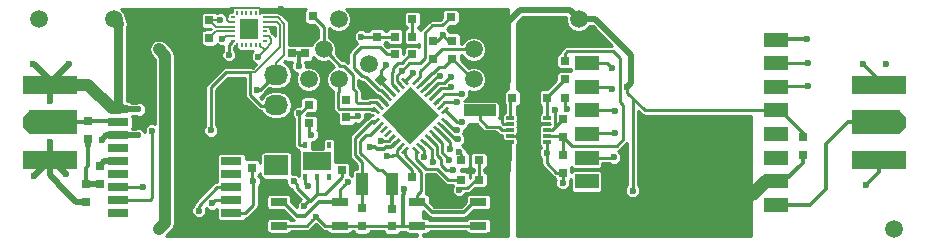
<source format=gtl>
G04 #@! TF.FileFunction,Copper,L1,Top,Signal*
%FSLAX46Y46*%
G04 Gerber Fmt 4.6, Leading zero omitted, Abs format (unit mm)*
G04 Created by KiCad (PCBNEW (2016-02-18 BZR 6566)-product) date Monday, 28 March 2016 11:35:06*
%MOMM*%
G01*
G04 APERTURE LIST*
%ADD10C,0.100000*%
%ADD11R,4.572000X1.524000*%
%ADD12R,4.071620X1.998980*%
%ADD13R,0.210000X0.350000*%
%ADD14R,0.350000X0.210000*%
%ADD15R,0.200000X0.350000*%
%ADD16R,1.540000X1.700000*%
%ADD17R,0.750000X0.800000*%
%ADD18C,1.501140*%
%ADD19R,0.800000X0.750000*%
%ADD20R,1.100000X1.900000*%
%ADD21R,2.400000X1.500000*%
%ADD22R,0.400000X0.600000*%
%ADD23R,2.000000X1.300000*%
%ADD24R,1.800000X0.700000*%
%ADD25R,1.800000X0.800000*%
%ADD26R,1.000000X1.250000*%
%ADD27R,2.032000X1.727200*%
%ADD28O,2.032000X1.727200*%
%ADD29R,1.450000X0.700000*%
%ADD30R,0.650000X0.300000*%
%ADD31R,0.825000X1.200000*%
%ADD32R,0.280000X0.700000*%
%ADD33R,2.700020X1.000760*%
%ADD34C,0.600000*%
%ADD35C,0.250000*%
%ADD36C,0.340000*%
%ADD37C,0.500000*%
%ADD38C,1.000000*%
%ADD39C,0.300000*%
%ADD40C,0.160000*%
%ADD41C,0.800000*%
%ADD42C,0.254000*%
G04 APERTURE END LIST*
D10*
D11*
X177766700Y-76840240D03*
D10*
G36*
X179535810Y-81004570D02*
X179535810Y-79005590D01*
X180036190Y-79605030D01*
X180036190Y-80405130D01*
X179535810Y-81004570D01*
X179535810Y-81004570D01*
G37*
D11*
X177766700Y-83164840D03*
D12*
X177500000Y-80005080D03*
D11*
X107519300Y-83164840D03*
D10*
G36*
X105750190Y-79000510D02*
X105750190Y-80999490D01*
X105249810Y-80400050D01*
X105249810Y-79599950D01*
X105750190Y-79000510D01*
X105750190Y-79000510D01*
G37*
D11*
X107519300Y-76840240D03*
D12*
X107786000Y-80000000D03*
D13*
X125380000Y-70739000D03*
X124980000Y-70739000D03*
X124580000Y-70739000D03*
X124180000Y-70739000D03*
X123780000Y-70739000D03*
X123380000Y-70739000D03*
D14*
X123030000Y-71089000D03*
X123030000Y-71489000D03*
X123030000Y-71889000D03*
X123030000Y-72289000D03*
X123030000Y-72689000D03*
X123030000Y-73089000D03*
D15*
X123380000Y-73439000D03*
D13*
X123780000Y-73439000D03*
X124180000Y-73439000D03*
X124580000Y-73439000D03*
X124980000Y-73439000D03*
X125380000Y-73439000D03*
D14*
X125730000Y-73089000D03*
X125730000Y-72689000D03*
X125730000Y-72289000D03*
X125730000Y-71889000D03*
X125730000Y-71489000D03*
X125730000Y-71089000D03*
D16*
X124380000Y-72089000D03*
D10*
G36*
X134976408Y-80205254D02*
X134799631Y-80028477D01*
X135294606Y-79533502D01*
X135471383Y-79710279D01*
X134976408Y-80205254D01*
X134976408Y-80205254D01*
G37*
G36*
X135329961Y-80558808D02*
X135153184Y-80382031D01*
X135648159Y-79887056D01*
X135824936Y-80063833D01*
X135329961Y-80558808D01*
X135329961Y-80558808D01*
G37*
G36*
X135683515Y-80912361D02*
X135506738Y-80735584D01*
X136001713Y-80240609D01*
X136178490Y-80417386D01*
X135683515Y-80912361D01*
X135683515Y-80912361D01*
G37*
G36*
X136037068Y-81265915D02*
X135860291Y-81089138D01*
X136355266Y-80594163D01*
X136532043Y-80770940D01*
X136037068Y-81265915D01*
X136037068Y-81265915D01*
G37*
G36*
X136390621Y-81619468D02*
X136213844Y-81442691D01*
X136708819Y-80947716D01*
X136885596Y-81124493D01*
X136390621Y-81619468D01*
X136390621Y-81619468D01*
G37*
G36*
X136744175Y-81973021D02*
X136567398Y-81796244D01*
X137062373Y-81301269D01*
X137239150Y-81478046D01*
X136744175Y-81973021D01*
X136744175Y-81973021D01*
G37*
G36*
X137097728Y-82326575D02*
X136920951Y-82149798D01*
X137415926Y-81654823D01*
X137592703Y-81831600D01*
X137097728Y-82326575D01*
X137097728Y-82326575D01*
G37*
G36*
X137451282Y-82680128D02*
X137274505Y-82503351D01*
X137769480Y-82008376D01*
X137946257Y-82185153D01*
X137451282Y-82680128D01*
X137451282Y-82680128D01*
G37*
G36*
X138865495Y-82503351D02*
X138688718Y-82680128D01*
X138193743Y-82185153D01*
X138370520Y-82008376D01*
X138865495Y-82503351D01*
X138865495Y-82503351D01*
G37*
G36*
X139219049Y-82149798D02*
X139042272Y-82326575D01*
X138547297Y-81831600D01*
X138724074Y-81654823D01*
X139219049Y-82149798D01*
X139219049Y-82149798D01*
G37*
G36*
X139572602Y-81796244D02*
X139395825Y-81973021D01*
X138900850Y-81478046D01*
X139077627Y-81301269D01*
X139572602Y-81796244D01*
X139572602Y-81796244D01*
G37*
G36*
X139926156Y-81442691D02*
X139749379Y-81619468D01*
X139254404Y-81124493D01*
X139431181Y-80947716D01*
X139926156Y-81442691D01*
X139926156Y-81442691D01*
G37*
G36*
X140279709Y-81089138D02*
X140102932Y-81265915D01*
X139607957Y-80770940D01*
X139784734Y-80594163D01*
X140279709Y-81089138D01*
X140279709Y-81089138D01*
G37*
G36*
X140633262Y-80735584D02*
X140456485Y-80912361D01*
X139961510Y-80417386D01*
X140138287Y-80240609D01*
X140633262Y-80735584D01*
X140633262Y-80735584D01*
G37*
G36*
X140986816Y-80382031D02*
X140810039Y-80558808D01*
X140315064Y-80063833D01*
X140491841Y-79887056D01*
X140986816Y-80382031D01*
X140986816Y-80382031D01*
G37*
G36*
X141340369Y-80028477D02*
X141163592Y-80205254D01*
X140668617Y-79710279D01*
X140845394Y-79533502D01*
X141340369Y-80028477D01*
X141340369Y-80028477D01*
G37*
G36*
X140845394Y-79286016D02*
X140668617Y-79109239D01*
X141163592Y-78614264D01*
X141340369Y-78791041D01*
X140845394Y-79286016D01*
X140845394Y-79286016D01*
G37*
G36*
X140491841Y-78932462D02*
X140315064Y-78755685D01*
X140810039Y-78260710D01*
X140986816Y-78437487D01*
X140491841Y-78932462D01*
X140491841Y-78932462D01*
G37*
G36*
X140138287Y-78578909D02*
X139961510Y-78402132D01*
X140456485Y-77907157D01*
X140633262Y-78083934D01*
X140138287Y-78578909D01*
X140138287Y-78578909D01*
G37*
G36*
X139784734Y-78225355D02*
X139607957Y-78048578D01*
X140102932Y-77553603D01*
X140279709Y-77730380D01*
X139784734Y-78225355D01*
X139784734Y-78225355D01*
G37*
G36*
X139431181Y-77871802D02*
X139254404Y-77695025D01*
X139749379Y-77200050D01*
X139926156Y-77376827D01*
X139431181Y-77871802D01*
X139431181Y-77871802D01*
G37*
G36*
X139077627Y-77518249D02*
X138900850Y-77341472D01*
X139395825Y-76846497D01*
X139572602Y-77023274D01*
X139077627Y-77518249D01*
X139077627Y-77518249D01*
G37*
G36*
X138724074Y-77164695D02*
X138547297Y-76987918D01*
X139042272Y-76492943D01*
X139219049Y-76669720D01*
X138724074Y-77164695D01*
X138724074Y-77164695D01*
G37*
G36*
X138370520Y-76811142D02*
X138193743Y-76634365D01*
X138688718Y-76139390D01*
X138865495Y-76316167D01*
X138370520Y-76811142D01*
X138370520Y-76811142D01*
G37*
G36*
X137946257Y-76634365D02*
X137769480Y-76811142D01*
X137274505Y-76316167D01*
X137451282Y-76139390D01*
X137946257Y-76634365D01*
X137946257Y-76634365D01*
G37*
G36*
X137592703Y-76987918D02*
X137415926Y-77164695D01*
X136920951Y-76669720D01*
X137097728Y-76492943D01*
X137592703Y-76987918D01*
X137592703Y-76987918D01*
G37*
G36*
X137239150Y-77341472D02*
X137062373Y-77518249D01*
X136567398Y-77023274D01*
X136744175Y-76846497D01*
X137239150Y-77341472D01*
X137239150Y-77341472D01*
G37*
G36*
X136885596Y-77695025D02*
X136708819Y-77871802D01*
X136213844Y-77376827D01*
X136390621Y-77200050D01*
X136885596Y-77695025D01*
X136885596Y-77695025D01*
G37*
G36*
X136532043Y-78048578D02*
X136355266Y-78225355D01*
X135860291Y-77730380D01*
X136037068Y-77553603D01*
X136532043Y-78048578D01*
X136532043Y-78048578D01*
G37*
G36*
X136178490Y-78402132D02*
X136001713Y-78578909D01*
X135506738Y-78083934D01*
X135683515Y-77907157D01*
X136178490Y-78402132D01*
X136178490Y-78402132D01*
G37*
G36*
X135824936Y-78755685D02*
X135648159Y-78932462D01*
X135153184Y-78437487D01*
X135329961Y-78260710D01*
X135824936Y-78755685D01*
X135824936Y-78755685D01*
G37*
G36*
X135471383Y-79109239D02*
X135294606Y-79286016D01*
X134799631Y-78791041D01*
X134976408Y-78614264D01*
X135471383Y-79109239D01*
X135471383Y-79109239D01*
G37*
G36*
X139289759Y-80629518D02*
X138070000Y-79409759D01*
X139289759Y-78190000D01*
X140509518Y-79409759D01*
X139289759Y-80629518D01*
X139289759Y-80629518D01*
G37*
G36*
X138070000Y-79409759D02*
X136850241Y-78190000D01*
X138070000Y-76970241D01*
X139289759Y-78190000D01*
X138070000Y-79409759D01*
X138070000Y-79409759D01*
G37*
G36*
X138070000Y-81849277D02*
X136850241Y-80629518D01*
X138070000Y-79409759D01*
X139289759Y-80629518D01*
X138070000Y-81849277D01*
X138070000Y-81849277D01*
G37*
G36*
X136850241Y-80629518D02*
X135630482Y-79409759D01*
X136850241Y-78190000D01*
X138070000Y-79409759D01*
X136850241Y-80629518D01*
X136850241Y-80629518D01*
G37*
D17*
X132280000Y-82560000D03*
X132280000Y-84060000D03*
X129160000Y-72660000D03*
X129160000Y-74160000D03*
X128070000Y-72650000D03*
X128070000Y-74150000D03*
X121060000Y-72860000D03*
X121060000Y-71360000D03*
X138250000Y-74250000D03*
X138250000Y-72750000D03*
D18*
X129460000Y-76360000D03*
X132000000Y-76360000D03*
X130730000Y-73820000D03*
X152320000Y-71280000D03*
X132000000Y-71280000D03*
X134540000Y-75090000D03*
X143430000Y-76360000D03*
X143430000Y-73820000D03*
X112950000Y-71280000D03*
D19*
X140000000Y-71100000D03*
X141500000Y-71100000D03*
X139700000Y-84660000D03*
X138200000Y-84660000D03*
D17*
X132660000Y-78090000D03*
X132660000Y-79590000D03*
D19*
X136750000Y-71250000D03*
X138250000Y-71250000D03*
X131010000Y-80100000D03*
X129510000Y-80100000D03*
X131000000Y-78500000D03*
X129500000Y-78500000D03*
D17*
X151000000Y-84250000D03*
X151000000Y-82750000D03*
D19*
X151170000Y-74810000D03*
X149670000Y-74810000D03*
D17*
X111770000Y-85190000D03*
X111770000Y-83690000D03*
X141620000Y-74600000D03*
X141620000Y-73100000D03*
X139990000Y-74600000D03*
X139990000Y-73100000D03*
D20*
X134000000Y-85250000D03*
X136500000Y-85250000D03*
D19*
X143870000Y-83230000D03*
X142370000Y-83230000D03*
D17*
X135250000Y-71250000D03*
X135250000Y-72750000D03*
D10*
G36*
X134482322Y-77998008D02*
X133951992Y-77467678D01*
X134517678Y-76901992D01*
X135048008Y-77432322D01*
X134482322Y-77998008D01*
X134482322Y-77998008D01*
G37*
G36*
X135542982Y-76937348D02*
X135012652Y-76407018D01*
X135578338Y-75841332D01*
X136108668Y-76371662D01*
X135542982Y-76937348D01*
X135542982Y-76937348D01*
G37*
D17*
X136750000Y-74250000D03*
X136750000Y-72750000D03*
X134000000Y-87290000D03*
X134000000Y-88790000D03*
X136500000Y-88800000D03*
X136500000Y-87300000D03*
D21*
X130170000Y-83310000D03*
D22*
X129170000Y-84660000D03*
X130170000Y-84660000D03*
X131170000Y-84660000D03*
X131170000Y-81960000D03*
X130170000Y-81960000D03*
X129170000Y-81960000D03*
D23*
X153000000Y-73000000D03*
X153000000Y-75000000D03*
X153000000Y-77000000D03*
X153000000Y-79000000D03*
X153000000Y-81000000D03*
X153000000Y-83000000D03*
X153000000Y-85000000D03*
X153000000Y-87000000D03*
X169000000Y-87000000D03*
X169000000Y-85000000D03*
X169000000Y-83000000D03*
X169000000Y-81000000D03*
X169000000Y-79000000D03*
X169000000Y-77000000D03*
X169000000Y-75000000D03*
X169000000Y-73000000D03*
D24*
X122920000Y-87700000D03*
D25*
X122920000Y-86600000D03*
X122920000Y-85500000D03*
X122920000Y-84400000D03*
X122920000Y-83300000D03*
X122920000Y-82200000D03*
X122920000Y-81100000D03*
X122920000Y-80000000D03*
X122920000Y-78900000D03*
X113320000Y-78900000D03*
X113320000Y-80000000D03*
X113320000Y-81100000D03*
X113320000Y-82200000D03*
X113320000Y-83300000D03*
X113320000Y-84400000D03*
X113320000Y-85500000D03*
X113320000Y-86600000D03*
D24*
X113320000Y-87700000D03*
D26*
X146100000Y-71900000D03*
X148100000Y-71900000D03*
D17*
X171275000Y-81250000D03*
X171275000Y-82750000D03*
D26*
X146100000Y-83600000D03*
X148100000Y-83600000D03*
D17*
X151000000Y-79740000D03*
X151000000Y-81240000D03*
D19*
X146710000Y-77920000D03*
X148210000Y-77920000D03*
D26*
X146100000Y-76100000D03*
X148100000Y-76100000D03*
X146100000Y-74000000D03*
X148100000Y-74000000D03*
D17*
X124670000Y-82340000D03*
X124670000Y-83840000D03*
X110620000Y-85210000D03*
X110620000Y-86710000D03*
D19*
X142370000Y-84850000D03*
X143870000Y-84850000D03*
D27*
X126722000Y-83646000D03*
D28*
X126722000Y-81106000D03*
X126722000Y-78566000D03*
X126722000Y-76026000D03*
D29*
X143825000Y-86750000D03*
X138675000Y-86750000D03*
X138675000Y-88750000D03*
X143825000Y-88750000D03*
X132075000Y-86750000D03*
X126925000Y-86750000D03*
X126925000Y-88750000D03*
X132075000Y-88750000D03*
D30*
X146500000Y-79640000D03*
X146500000Y-80140000D03*
X146500000Y-80640000D03*
X146500000Y-81140000D03*
X146500000Y-81640000D03*
X149600000Y-81640000D03*
X149600000Y-81140000D03*
X149600000Y-80640000D03*
X149600000Y-80140000D03*
X149600000Y-79640000D03*
D31*
X148462500Y-81240000D03*
X148462500Y-80040000D03*
X147637500Y-81240000D03*
X147637500Y-80040000D03*
D32*
X148300000Y-79140000D03*
X147800000Y-79140000D03*
X147796000Y-82140000D03*
X148300000Y-82140000D03*
D19*
X151170000Y-77900000D03*
X149670000Y-77900000D03*
X151170000Y-76340000D03*
X149670000Y-76340000D03*
D18*
X178990000Y-89060000D03*
X106600000Y-71280000D03*
D33*
X143940000Y-81199820D03*
X143940000Y-79000180D03*
D17*
X110770000Y-81428000D03*
X110770000Y-79928000D03*
D19*
X129840000Y-71030000D03*
X128340000Y-71030000D03*
D34*
X127110000Y-70430000D03*
X156425020Y-76997884D03*
X151349244Y-78839998D03*
X126460000Y-72070000D03*
X121743146Y-74302249D03*
X122946880Y-77719383D03*
X142195740Y-85725012D03*
X132000000Y-72870000D03*
X156879654Y-85774980D03*
X133820000Y-76740000D03*
X132650000Y-74580000D03*
X130850000Y-77300000D03*
X130072396Y-87979980D03*
X129058140Y-87112967D03*
X128188799Y-84994629D03*
X128610000Y-75200000D03*
X125170000Y-74430000D03*
X176663540Y-85330000D03*
X176663540Y-85330000D03*
X178340000Y-75040000D03*
X176420000Y-75040000D03*
X107533575Y-81644665D03*
X106123393Y-75097391D03*
X107533575Y-78169574D03*
X109140000Y-75030000D03*
X106200000Y-84510000D03*
X108890000Y-84400000D03*
X115020000Y-81110000D03*
X115050000Y-78900000D03*
X111940000Y-81495002D03*
X158075000Y-83300000D03*
X142200000Y-82525000D03*
X137550002Y-85638944D03*
X121950000Y-71310000D03*
X122160000Y-72950000D03*
X140810000Y-72610000D03*
X124770000Y-84990000D03*
X133890000Y-72750000D03*
X136030000Y-75150000D03*
X133610065Y-79475031D03*
X139250328Y-82927140D03*
X138303905Y-75812184D03*
X137340000Y-75620000D03*
X150330000Y-78960000D03*
X149600000Y-82570000D03*
X150970000Y-85120000D03*
X146100000Y-85109999D03*
X145580000Y-89060000D03*
X116760000Y-89060000D03*
X116760000Y-73820000D03*
X136080000Y-82840000D03*
X132660000Y-78090000D03*
X142460919Y-79994545D03*
X129367227Y-85412934D03*
X115460000Y-85470000D03*
X125125020Y-77233044D03*
X129700000Y-81040000D03*
X121173443Y-80681561D03*
X116200000Y-80710000D03*
X141989254Y-78289254D03*
X128669074Y-79211104D03*
X155174980Y-75421119D03*
X141543791Y-76201188D03*
X155174980Y-77143811D03*
X142410000Y-77574980D03*
X155406955Y-79006955D03*
X141500000Y-77000000D03*
X155400000Y-80900000D03*
X140622166Y-76051746D03*
X142089978Y-81455018D03*
X155308465Y-82964980D03*
X141714137Y-84045412D03*
X171710000Y-76920000D03*
X141983340Y-80662145D03*
X171700000Y-75000000D03*
X171675000Y-72975000D03*
X134625000Y-82050000D03*
X135600020Y-81561613D03*
X122700000Y-74300000D03*
X120160000Y-87480000D03*
X141305671Y-83223417D03*
X121254043Y-86854980D03*
X141400472Y-82272186D03*
X132754378Y-85041961D03*
X140017956Y-83334997D03*
D35*
X107786000Y-80000000D02*
X105500000Y-80000000D01*
D36*
X110770000Y-79928000D02*
X113248000Y-79928000D01*
X113248000Y-79928000D02*
X113320000Y-80000000D01*
X107786000Y-80000000D02*
X110698000Y-80000000D01*
X110698000Y-80000000D02*
X110770000Y-79928000D01*
D35*
X128340000Y-71030000D02*
X127710000Y-71030000D01*
X127710000Y-71030000D02*
X127110000Y-70430000D01*
D37*
X156725019Y-74265017D02*
X156725019Y-76697885D01*
X156725019Y-76697885D02*
X156425020Y-76997884D01*
X152320000Y-71280000D02*
X153740002Y-71280000D01*
X153740002Y-71280000D02*
X156725019Y-74265017D01*
D35*
X156432191Y-77530567D02*
X156425020Y-77523396D01*
X156879654Y-85774980D02*
X156879654Y-77978030D01*
X156425020Y-77523396D02*
X156425020Y-77422148D01*
X156879654Y-77978030D02*
X156432191Y-77530567D01*
X157901624Y-79000000D02*
X156432191Y-77530567D01*
X169000000Y-79000000D02*
X157901624Y-79000000D01*
X156425020Y-77422148D02*
X156425020Y-76997884D01*
X151170000Y-78660754D02*
X151349244Y-78839998D01*
X151170000Y-77900000D02*
X151170000Y-78660754D01*
X140000000Y-71100000D02*
X140025000Y-71100000D01*
X140025000Y-71100000D02*
X140725001Y-70399999D01*
X143489999Y-70399999D02*
X144990000Y-71900000D01*
X140725001Y-70399999D02*
X143489999Y-70399999D01*
X144990000Y-71900000D02*
X146100000Y-71900000D01*
D37*
X146100000Y-71900000D02*
X146100000Y-71775000D01*
X146100000Y-71775000D02*
X147345569Y-70529431D01*
X147345569Y-70529431D02*
X151569431Y-70529431D01*
X151569431Y-70529431D02*
X152320000Y-71280000D01*
D38*
X146100000Y-74000000D02*
X146100000Y-76100000D01*
X146100000Y-71900000D02*
X146100000Y-74000000D01*
D35*
X146100000Y-76975000D02*
X146100000Y-76100000D01*
X145849999Y-77225001D02*
X146100000Y-76975000D01*
X145951983Y-80140000D02*
X145849999Y-80038016D01*
X146500000Y-80140000D02*
X145951983Y-80140000D01*
X145849999Y-80038016D02*
X145849999Y-77225001D01*
X136750000Y-71250000D02*
X136775000Y-71250000D01*
X136775000Y-71250000D02*
X137475001Y-70549999D01*
X137475001Y-70549999D02*
X138799999Y-70549999D01*
X139350000Y-71100000D02*
X140000000Y-71100000D01*
X138799999Y-70549999D02*
X139350000Y-71100000D01*
D39*
X128070000Y-72650000D02*
X129150000Y-72650000D01*
X129150000Y-72650000D02*
X129160000Y-72660000D01*
D40*
X125730000Y-71889000D02*
X126279000Y-71889000D01*
X126279000Y-71889000D02*
X126460000Y-72070000D01*
X121743146Y-74302249D02*
X121743146Y-74726513D01*
X121743146Y-74726513D02*
X122084622Y-75067989D01*
X122084622Y-75067989D02*
X123242011Y-75067989D01*
X120290000Y-74260000D02*
X120332249Y-74302249D01*
X120332249Y-74302249D02*
X121743146Y-74302249D01*
D35*
X122946880Y-77719383D02*
X122946880Y-78873120D01*
X122946880Y-78873120D02*
X122920000Y-78900000D01*
X124670000Y-82340000D02*
X124670000Y-81690000D01*
X124670000Y-81690000D02*
X125254000Y-81106000D01*
X125254000Y-81106000D02*
X125456000Y-81106000D01*
X124670000Y-82340000D02*
X123060000Y-82340000D01*
X123060000Y-82340000D02*
X122920000Y-82200000D01*
D38*
X122920000Y-80000000D02*
X122920000Y-81100000D01*
X122920000Y-78900000D02*
X122920000Y-80000000D01*
D39*
X171275000Y-81250000D02*
X171275000Y-80925000D01*
X171275000Y-80925000D02*
X169350000Y-79000000D01*
X169350000Y-79000000D02*
X169000000Y-79000000D01*
D35*
X142345764Y-85574988D02*
X142195740Y-85725012D01*
X143870000Y-84601506D02*
X142896518Y-85574988D01*
X143870000Y-83230000D02*
X143870000Y-84601506D01*
X142896518Y-85574988D02*
X142345764Y-85574988D01*
D39*
X132000000Y-72870000D02*
X132299999Y-73169999D01*
X132299999Y-73169999D02*
X132544997Y-73169999D01*
X132544997Y-73169999D02*
X132650000Y-73064996D01*
D40*
X120700998Y-70440000D02*
X122399998Y-70440000D01*
X122399998Y-70440000D02*
X122574999Y-70615001D01*
X120290000Y-74260000D02*
X120290000Y-70850998D01*
X120290000Y-70850998D02*
X120700998Y-70440000D01*
X123390000Y-74920000D02*
X123242011Y-75067989D01*
X123390000Y-73784000D02*
X123390000Y-74920000D01*
X123380000Y-73439000D02*
X123380000Y-73774000D01*
X123380000Y-73774000D02*
X123390000Y-73784000D01*
X125380000Y-70739000D02*
X125380000Y-70404000D01*
X125380000Y-70404000D02*
X125259999Y-70283999D01*
X125259999Y-70283999D02*
X122906001Y-70283999D01*
X122906001Y-70283999D02*
X122574999Y-70615001D01*
X122574999Y-70615001D02*
X122574999Y-71368999D01*
X122574999Y-71368999D02*
X122695000Y-71489000D01*
X122695000Y-71489000D02*
X123030000Y-71489000D01*
X125380000Y-70739000D02*
X125380000Y-70669000D01*
D35*
X126722000Y-81106000D02*
X125456000Y-81106000D01*
X131704999Y-81334999D02*
X131010000Y-81334999D01*
X131010000Y-81334999D02*
X130695001Y-81334999D01*
X131010000Y-80100000D02*
X131010000Y-80725000D01*
X131010000Y-80725000D02*
X131010000Y-81334999D01*
X131000000Y-78500000D02*
X131000000Y-80090000D01*
X131000000Y-80090000D02*
X131010000Y-80100000D01*
X132280000Y-82560000D02*
X132280000Y-81910000D01*
X132280000Y-81910000D02*
X131704999Y-81334999D01*
X130695001Y-81334999D02*
X130170000Y-81860000D01*
X130170000Y-81860000D02*
X130170000Y-81960000D01*
X139975000Y-71100000D02*
X140000000Y-71100000D01*
X129204427Y-77435571D02*
X130290165Y-77435571D01*
X130290165Y-77435571D02*
X130425736Y-77300000D01*
X126722000Y-81106000D02*
X126874400Y-81106000D01*
X126874400Y-81106000D02*
X128000000Y-79980400D01*
X128000000Y-79980400D02*
X128000000Y-79121348D01*
X128000000Y-79121348D02*
X128063010Y-79058338D01*
X128063010Y-79058338D02*
X128063010Y-78576988D01*
X128063010Y-78576988D02*
X129204427Y-77435571D01*
X130425736Y-77300000D02*
X130850000Y-77300000D01*
X131000000Y-78500000D02*
X131000000Y-78620000D01*
X132650000Y-74155736D02*
X132650000Y-74580000D01*
X134464996Y-71250000D02*
X132650000Y-73064996D01*
X135250000Y-71250000D02*
X134464996Y-71250000D01*
X132650000Y-73064996D02*
X132650000Y-74155736D01*
X133820000Y-76740000D02*
X133820000Y-76770000D01*
X133820000Y-76770000D02*
X134500000Y-77450000D01*
X135250000Y-71250000D02*
X136750000Y-71250000D01*
X135349592Y-77750011D02*
X134800011Y-77750011D01*
X135842614Y-78243033D02*
X135349592Y-77750011D01*
X134800011Y-77750011D02*
X134500000Y-77450000D01*
X143870000Y-84850000D02*
X143870000Y-83230000D01*
X130850000Y-77300000D02*
X130850000Y-78350000D01*
X130850000Y-78350000D02*
X131000000Y-78500000D01*
X149670000Y-76340000D02*
X148340000Y-76340000D01*
X148340000Y-76340000D02*
X148100000Y-76100000D01*
X149670000Y-76340000D02*
X149670000Y-74810000D01*
D38*
X148100000Y-77310000D02*
X148100000Y-76780000D01*
X148100000Y-76780000D02*
X148100000Y-76100000D01*
D35*
X148360001Y-77040001D02*
X148100000Y-76780000D01*
X148462500Y-80040000D02*
X148462500Y-81240000D01*
X148462500Y-80040000D02*
X147637500Y-80040000D01*
X147637500Y-81240000D02*
X147637500Y-80040000D01*
X148462500Y-81240000D02*
X147637500Y-81240000D01*
X147796000Y-82140000D02*
X147796000Y-81398500D01*
X147796000Y-81398500D02*
X147637500Y-81240000D01*
X148300000Y-82140000D02*
X148300000Y-81402500D01*
X148300000Y-81402500D02*
X148462500Y-81240000D01*
X148300000Y-79140000D02*
X148300000Y-79877500D01*
X148300000Y-79877500D02*
X148462500Y-80040000D01*
X147800000Y-79140000D02*
X147800000Y-79877500D01*
X147800000Y-79877500D02*
X147637500Y-80040000D01*
X146500000Y-81140000D02*
X147537500Y-81140000D01*
X147537500Y-81140000D02*
X147637500Y-81240000D01*
D38*
X148210000Y-77420000D02*
X148100000Y-77310000D01*
X148210000Y-77920000D02*
X148210000Y-77420000D01*
X148100000Y-71900000D02*
X148100000Y-74000000D01*
X148100000Y-71900000D02*
X148100000Y-76100000D01*
X150190000Y-73000000D02*
X149100000Y-73000000D01*
X149100000Y-73000000D02*
X148100000Y-74000000D01*
D35*
X149600000Y-80140000D02*
X148562500Y-80140000D01*
X148562500Y-80140000D02*
X148462500Y-80040000D01*
X148100000Y-83600000D02*
X148100000Y-81602500D01*
X148100000Y-81602500D02*
X148462500Y-81240000D01*
X148210000Y-77920000D02*
X148210000Y-79787500D01*
X148210000Y-79787500D02*
X148462500Y-80040000D01*
X148020000Y-78110000D02*
X148210000Y-77920000D01*
D41*
X113320000Y-78900000D02*
X113320000Y-71650000D01*
D38*
X113320000Y-71650000D02*
X112950000Y-71280000D01*
D35*
X128488798Y-85294628D02*
X128188799Y-84994629D01*
X129590000Y-86650000D02*
X128488798Y-85548798D01*
X129302376Y-88750000D02*
X129772397Y-88279979D01*
X130842416Y-88750000D02*
X130372395Y-88279979D01*
X128488798Y-85548798D02*
X128488798Y-85294628D01*
X130372395Y-88279979D02*
X130072396Y-87979980D01*
D39*
X129590000Y-86650000D02*
X129521107Y-86650000D01*
D35*
X129772397Y-88279979D02*
X130072396Y-87979980D01*
X126925000Y-88750000D02*
X129302376Y-88750000D01*
D39*
X129521107Y-86650000D02*
X129358139Y-86812968D01*
D35*
X132075000Y-88750000D02*
X130842416Y-88750000D01*
D39*
X129358139Y-86812968D02*
X129058140Y-87112967D01*
D38*
X153000000Y-73000000D02*
X151000000Y-73000000D01*
X151000000Y-73000000D02*
X150190000Y-73000000D01*
X153000000Y-87000000D02*
X158010000Y-87000000D01*
X158010000Y-87000000D02*
X166089998Y-87000000D01*
X158075000Y-83300000D02*
X158075000Y-86935000D01*
X158075000Y-86935000D02*
X158010000Y-87000000D01*
X166089998Y-87000000D02*
X168089998Y-85000000D01*
X168089998Y-85000000D02*
X169000000Y-85000000D01*
D39*
X128620000Y-74150000D02*
X129150000Y-74150000D01*
X128070000Y-74150000D02*
X128620000Y-74150000D01*
X128620000Y-74150000D02*
X128620000Y-75190000D01*
X128620000Y-75190000D02*
X128610000Y-75200000D01*
X129150000Y-74150000D02*
X129160000Y-74160000D01*
D40*
X125829002Y-73774000D02*
X125826000Y-73774000D01*
X125826000Y-73774000D02*
X125170000Y-74430000D01*
X126065000Y-72689000D02*
X125730000Y-72689000D01*
X126289989Y-72913989D02*
X126065000Y-72689000D01*
X126289989Y-73313013D02*
X126289989Y-72913989D01*
X125829002Y-73774000D02*
X126289989Y-73313013D01*
X125645000Y-73774000D02*
X125829002Y-73774000D01*
X125380000Y-73509000D02*
X125645000Y-73774000D01*
X125380000Y-73439000D02*
X125380000Y-73509000D01*
D39*
X177766700Y-83164840D02*
X177766700Y-84226840D01*
X177766700Y-84226840D02*
X176663540Y-85330000D01*
X177766700Y-76840240D02*
X177766700Y-76386700D01*
X177766700Y-76386700D02*
X176420000Y-75040000D01*
D37*
X107519300Y-81658940D02*
X107533575Y-81644665D01*
X107519300Y-83159760D02*
X107519300Y-81658940D01*
X107519300Y-76835160D02*
X107519300Y-76442935D01*
X107519300Y-76442935D02*
X106173756Y-75097391D01*
X106173756Y-75097391D02*
X106123393Y-75097391D01*
X107519300Y-78155299D02*
X107533575Y-78169574D01*
X107519300Y-76835160D02*
X107519300Y-78155299D01*
X107519300Y-76835160D02*
X107519300Y-76650700D01*
X107519300Y-76650700D02*
X109140000Y-75030000D01*
X107519300Y-83159760D02*
X107519300Y-83190700D01*
X107519300Y-83190700D02*
X106200000Y-84510000D01*
X107519300Y-83159760D02*
X107649760Y-83159760D01*
X107649760Y-83159760D02*
X108890000Y-84400000D01*
X115020000Y-81110000D02*
X113330000Y-81110000D01*
X113330000Y-81110000D02*
X113320000Y-81100000D01*
X113320000Y-78900000D02*
X115050000Y-78900000D01*
X113320000Y-81100000D02*
X112335002Y-81100000D01*
X112335002Y-81100000D02*
X111940000Y-81495002D01*
D38*
X112770130Y-78799990D02*
X110805300Y-76835160D01*
X113420010Y-78799990D02*
X112770130Y-78799990D01*
X110805300Y-76835160D02*
X107519300Y-76835160D01*
D35*
X124770000Y-84990000D02*
X124770000Y-87000000D01*
X124770000Y-87000000D02*
X124070000Y-87700000D01*
X124070000Y-87700000D02*
X122920000Y-87700000D01*
X124670000Y-83840000D02*
X124670000Y-84890000D01*
X124670000Y-84890000D02*
X124770000Y-84990000D01*
D37*
X110620000Y-86710000D02*
X109745000Y-86710000D01*
X109745000Y-86710000D02*
X108277540Y-85242540D01*
X108277540Y-85242540D02*
X108277540Y-85180000D01*
X107519300Y-83159760D02*
X107519300Y-84421760D01*
X107519300Y-84421760D02*
X108277540Y-85180000D01*
D39*
X171275000Y-82750000D02*
X171275000Y-83450000D01*
X171275000Y-83450000D02*
X169725000Y-85000000D01*
X169725000Y-85000000D02*
X169000000Y-85000000D01*
D35*
X168650000Y-85000000D02*
X167250000Y-86400000D01*
X142370000Y-83230000D02*
X142370000Y-82695000D01*
X142370000Y-82695000D02*
X142200000Y-82525000D01*
X136500000Y-88800000D02*
X137475000Y-88800000D01*
X137475000Y-88800000D02*
X138625000Y-88800000D01*
D39*
X137550002Y-85638944D02*
X137550002Y-86063208D01*
X137550002Y-86063208D02*
X137475000Y-86138210D01*
X137475000Y-86138210D02*
X137475000Y-88800000D01*
D40*
X121950000Y-71310000D02*
X121110000Y-71310000D01*
X121110000Y-71310000D02*
X121060000Y-71360000D01*
X123030000Y-72689000D02*
X122421000Y-72689000D01*
X122421000Y-72689000D02*
X122160000Y-72950000D01*
X123030000Y-71889000D02*
X121589000Y-71889000D01*
X121589000Y-71889000D02*
X121060000Y-71360000D01*
D35*
X130170000Y-86070000D02*
X129590000Y-86650000D01*
X169000000Y-85000000D02*
X168650000Y-85000000D01*
X130845002Y-86070000D02*
X132280000Y-84635002D01*
X132280000Y-84635002D02*
X132280000Y-84060000D01*
X130170000Y-86070000D02*
X130845002Y-86070000D01*
X130170000Y-85210000D02*
X130170000Y-86070000D01*
X130170000Y-84660000D02*
X130170000Y-85210000D01*
X130170000Y-84760000D02*
X130170000Y-84660000D01*
X141620000Y-73100000D02*
X141300000Y-73100000D01*
X141300000Y-73100000D02*
X140810000Y-72610000D01*
X139990000Y-73100000D02*
X140320000Y-73100000D01*
X140320000Y-73100000D02*
X140810000Y-72610000D01*
X132655000Y-79585000D02*
X132660000Y-79590000D01*
D37*
X124762000Y-84998000D02*
X124770000Y-84990000D01*
D35*
X135250000Y-72750000D02*
X133890000Y-72750000D01*
X135560660Y-75619340D02*
X136030000Y-75150000D01*
X135560660Y-76389340D02*
X135560660Y-75619340D01*
X135250000Y-72750000D02*
X136750000Y-72750000D01*
X136549720Y-77535926D02*
X135560660Y-76546866D01*
X135560660Y-76546866D02*
X135560660Y-76389340D01*
X133495096Y-79590000D02*
X133610065Y-79475031D01*
X132660000Y-79590000D02*
X133495096Y-79590000D01*
X131700000Y-88750000D02*
X132075000Y-88750000D01*
X132075000Y-88750000D02*
X133960000Y-88750000D01*
X133960000Y-88750000D02*
X134000000Y-88790000D01*
X134000000Y-88790000D02*
X136490000Y-88790000D01*
X136490000Y-88790000D02*
X136500000Y-88800000D01*
X138625000Y-88800000D02*
X138675000Y-88750000D01*
X143825000Y-88750000D02*
X138675000Y-88750000D01*
X138883173Y-81990699D02*
X139250328Y-82357854D01*
X139250328Y-82357854D02*
X139250328Y-82502876D01*
X139250328Y-82502876D02*
X139250328Y-82927140D01*
D40*
X121060000Y-72860000D02*
X121060000Y-72835000D01*
X121060000Y-72835000D02*
X121606000Y-72289000D01*
X121606000Y-72289000D02*
X122695000Y-72289000D01*
X122695000Y-72289000D02*
X123030000Y-72289000D01*
D35*
X138073590Y-74250000D02*
X138250000Y-74250000D01*
X137328591Y-74994999D02*
X138073590Y-74250000D01*
X137039999Y-74994999D02*
X137328591Y-74994999D01*
X136635002Y-75399996D02*
X137039999Y-74994999D01*
X136635002Y-75688587D02*
X136635002Y-75399996D01*
X136488619Y-75834970D02*
X136635002Y-75688587D01*
X136488619Y-76767718D02*
X136488619Y-75834970D01*
X136903274Y-77182373D02*
X136488619Y-76767718D01*
X138250000Y-72750000D02*
X138240000Y-72750000D01*
X138250000Y-71250000D02*
X138250000Y-72750000D01*
X140360001Y-83959999D02*
X141250002Y-84850000D01*
X141250002Y-84850000D02*
X141720000Y-84850000D01*
X141720000Y-84850000D02*
X142370000Y-84850000D01*
X138529619Y-83091799D02*
X139397819Y-83959999D01*
X139397819Y-83959999D02*
X140360001Y-83959999D01*
X138529619Y-82344252D02*
X138529619Y-83091799D01*
X138273463Y-75812184D02*
X138303905Y-75812184D01*
X137610381Y-76475266D02*
X138273463Y-75812184D01*
X134758601Y-78850011D02*
X132060009Y-78850011D01*
X132000000Y-77421466D02*
X132000000Y-76360000D01*
X132060009Y-78850011D02*
X131959999Y-78750001D01*
X135135507Y-78950140D02*
X134858730Y-78950140D01*
X131959999Y-77461467D02*
X132000000Y-77421466D01*
X131959999Y-78750001D02*
X131959999Y-77461467D01*
X134858730Y-78950140D02*
X134758601Y-78850011D01*
X130730000Y-73820000D02*
X130730000Y-71895000D01*
X130730000Y-71895000D02*
X129865000Y-71030000D01*
X129865000Y-71030000D02*
X129840000Y-71030000D01*
X132426745Y-75205002D02*
X132115002Y-75205002D01*
X133650000Y-78400000D02*
X133499999Y-78249999D01*
X134539966Y-78400000D02*
X133650000Y-78400000D01*
X133499999Y-77405001D02*
X133174999Y-77080001D01*
X135489060Y-78596586D02*
X135170863Y-78278389D01*
X133174999Y-77080001D02*
X133174999Y-75953256D01*
X135170863Y-78278389D02*
X134661577Y-78278389D01*
X133499999Y-78249999D02*
X133499999Y-77405001D01*
X133174999Y-75953256D02*
X132426745Y-75205002D01*
X134661577Y-78278389D02*
X134539966Y-78400000D01*
X131480569Y-74570569D02*
X130730000Y-73820000D01*
X132115002Y-75205002D02*
X131480569Y-74570569D01*
X136938630Y-76510622D02*
X136938630Y-76021370D01*
X136938630Y-76021370D02*
X137340000Y-75620000D01*
X137256827Y-76828819D02*
X136938630Y-76510622D01*
X141475000Y-71100000D02*
X140774999Y-71800001D01*
X139929997Y-71800001D02*
X139289999Y-72439999D01*
X139289999Y-74570003D02*
X138885001Y-74975001D01*
X141500000Y-71100000D02*
X141475000Y-71100000D01*
X137984999Y-74975001D02*
X137340000Y-75620000D01*
X140774999Y-71800001D02*
X139929997Y-71800001D01*
X139289999Y-72439999D02*
X139289999Y-74570003D01*
X138885001Y-74975001D02*
X137984999Y-74975001D01*
X141620000Y-74600000D02*
X141620000Y-74625000D01*
X141620000Y-74625000D02*
X143355000Y-76360000D01*
X143355000Y-76360000D02*
X143430000Y-76360000D01*
X139930000Y-75790000D02*
X140000000Y-75790000D01*
X140000000Y-75790000D02*
X140464999Y-75325001D01*
X140464999Y-75325001D02*
X140919999Y-75325001D01*
X138883173Y-76828819D02*
X139201370Y-76510622D01*
X139201370Y-76510622D02*
X139209378Y-76510622D01*
X139209378Y-76510622D02*
X139930000Y-75790000D01*
X140919999Y-75325001D02*
X141620000Y-74625000D01*
X141670000Y-74600000D02*
X141620000Y-74600000D01*
X138603906Y-76437185D02*
X138928906Y-76112185D01*
X138529619Y-76475266D02*
X138529619Y-76437185D01*
X138529619Y-76437185D02*
X138603906Y-76437185D01*
X138928906Y-75661094D02*
X139990000Y-74600000D01*
X138928906Y-76112185D02*
X138928906Y-75661094D01*
X139990000Y-74600000D02*
X139990000Y-74575000D01*
X140739999Y-73825001D02*
X142363533Y-73825001D01*
X142363533Y-73825001D02*
X142368534Y-73820000D01*
X142368534Y-73820000D02*
X143430000Y-73820000D01*
X139990000Y-74575000D02*
X140739999Y-73825001D01*
X133930000Y-73600000D02*
X135475000Y-73600000D01*
X134280001Y-76154999D02*
X134160001Y-76154999D01*
X133275002Y-74254998D02*
X133930000Y-73600000D01*
X133275002Y-75416848D02*
X133275002Y-74254998D01*
X133973153Y-76114999D02*
X133275002Y-75416848D01*
X135606688Y-77300000D02*
X135425002Y-77300000D01*
X135425002Y-77300000D02*
X134280001Y-76154999D01*
X135475000Y-73600000D02*
X136125000Y-74250000D01*
X136125000Y-74250000D02*
X136750000Y-74250000D01*
X134120001Y-76114999D02*
X133973153Y-76114999D01*
X136196167Y-77889479D02*
X135606688Y-77300000D01*
X134160001Y-76154999D02*
X134120001Y-76114999D01*
X134000000Y-84050000D02*
X134000000Y-85250000D01*
X133389989Y-82776400D02*
X134000000Y-83386411D01*
X133389989Y-81338119D02*
X133389989Y-82776400D01*
X134000000Y-83386411D02*
X134000000Y-84050000D01*
X134858730Y-79869378D02*
X133389989Y-81338119D01*
X135135507Y-79869378D02*
X134858730Y-79869378D01*
X134000000Y-87290000D02*
X134000000Y-85250000D01*
D39*
X136500000Y-85250000D02*
X136500000Y-87300000D01*
D35*
X135300000Y-84050000D02*
X135700000Y-84050000D01*
X135700000Y-84050000D02*
X136500000Y-84850000D01*
X136500000Y-84850000D02*
X136500000Y-85250000D01*
X133840000Y-81570000D02*
X133840000Y-82590000D01*
X133840000Y-82590000D02*
X135300000Y-84050000D01*
X134340000Y-81070000D02*
X133840000Y-81570000D01*
X134641992Y-81070000D02*
X134340000Y-81070000D01*
X135489060Y-80222932D02*
X134641992Y-81070000D01*
X150330000Y-80410000D02*
X150330000Y-78960000D01*
X149600000Y-82570000D02*
X149600000Y-81640000D01*
X149600000Y-83475000D02*
X149600000Y-82570000D01*
X146500000Y-81640000D02*
X146500000Y-83200000D01*
X146500000Y-83200000D02*
X146100000Y-83600000D01*
X150330000Y-80410000D02*
X151000000Y-79740000D01*
X150100000Y-80640000D02*
X150330000Y-80410000D01*
X150970000Y-85120000D02*
X150970000Y-84280000D01*
X150970000Y-84280000D02*
X151000000Y-84250000D01*
X149600000Y-80640000D02*
X150100000Y-80640000D01*
X149600000Y-83475000D02*
X150375000Y-84250000D01*
X150375000Y-84250000D02*
X151000000Y-84250000D01*
D37*
X146100000Y-85109999D02*
X146100000Y-88540000D01*
X146100000Y-88540000D02*
X145580000Y-89060000D01*
D35*
X146100000Y-83600000D02*
X146100000Y-85109999D01*
X146100000Y-85109999D02*
X145160000Y-86049999D01*
X143940000Y-81199820D02*
X145540010Y-81199820D01*
X145540010Y-81199820D02*
X145980190Y-81640000D01*
X145980190Y-81640000D02*
X146500000Y-81640000D01*
D39*
X142819999Y-86049999D02*
X145160000Y-86049999D01*
D38*
X117059999Y-88760001D02*
X116760000Y-89060000D01*
X117295009Y-88524991D02*
X117059999Y-88760001D01*
X117295009Y-74355009D02*
X117295009Y-88524991D01*
X116760000Y-73820000D02*
X117295009Y-74355009D01*
D39*
X139700000Y-84660000D02*
X139700000Y-85335000D01*
X139700000Y-85335000D02*
X141365000Y-87000000D01*
X141365000Y-87000000D02*
X141869998Y-87000000D01*
X141869998Y-87000000D02*
X142819999Y-86049999D01*
D35*
X136080000Y-82840000D02*
X136504264Y-82840000D01*
X136504264Y-82840000D02*
X136570634Y-82773630D01*
X136570634Y-82773630D02*
X136938630Y-82773630D01*
X137256827Y-81990699D02*
X136938630Y-82308896D01*
X136938630Y-82308896D02*
X136938630Y-82773630D01*
X136938630Y-82773630D02*
X138200000Y-84035000D01*
X138200000Y-84035000D02*
X138200000Y-84660000D01*
X141004493Y-78950140D02*
X142048898Y-79994545D01*
X142048898Y-79994545D02*
X142460919Y-79994545D01*
X129170000Y-84660000D02*
X129170000Y-85215707D01*
X129170000Y-85215707D02*
X129367227Y-85412934D01*
D40*
X126722000Y-75002400D02*
X126722000Y-76026000D01*
X127400013Y-74324387D02*
X126722000Y-75002400D01*
X127400013Y-71642477D02*
X127400013Y-74324387D01*
X126846536Y-71089000D02*
X127400013Y-71642477D01*
X125730000Y-71089000D02*
X126846536Y-71089000D01*
X126722000Y-76026000D02*
X126874400Y-76026000D01*
D35*
X113320000Y-85500000D02*
X115430000Y-85500000D01*
X115430000Y-85500000D02*
X115460000Y-85470000D01*
X125362556Y-77233044D02*
X125125020Y-77233044D01*
X126569600Y-76026000D02*
X125362556Y-77233044D01*
X126722000Y-76026000D02*
X126569600Y-76026000D01*
X129510000Y-80100000D02*
X129510000Y-80850000D01*
X129510000Y-80850000D02*
X129700000Y-81040000D01*
X116040000Y-86600000D02*
X116200000Y-86440000D01*
X116200000Y-86440000D02*
X116200000Y-80710000D01*
X114470000Y-86600000D02*
X116040000Y-86600000D01*
D40*
X126737404Y-71489000D02*
X127040002Y-71791598D01*
X125730000Y-71489000D02*
X126737404Y-71489000D01*
X124886002Y-75773998D02*
X124500000Y-75773998D01*
X127040002Y-73619998D02*
X124886002Y-75773998D01*
X127040002Y-71791598D02*
X127040002Y-73619998D01*
D35*
X114470000Y-86600000D02*
X113320000Y-86600000D01*
X121173443Y-77050537D02*
X121173443Y-80681561D01*
X122449982Y-75773998D02*
X121173443Y-77050537D01*
X124500000Y-75773998D02*
X122449982Y-75773998D01*
X124500000Y-77650000D02*
X124500000Y-75773998D01*
X125430000Y-78580000D02*
X124500000Y-77650000D01*
X126555600Y-78580000D02*
X125430000Y-78580000D01*
X128720000Y-81960000D02*
X129170000Y-81960000D01*
X140650940Y-78596586D02*
X140958272Y-78289254D01*
X129500000Y-78500000D02*
X129475000Y-78500000D01*
X126569600Y-78566000D02*
X126555600Y-78580000D01*
X140958272Y-78289254D02*
X141989254Y-78289254D01*
X129475000Y-78500000D02*
X128763896Y-79211104D01*
X126722000Y-78566000D02*
X126569600Y-78566000D01*
X128669074Y-81909074D02*
X128720000Y-81960000D01*
X128763896Y-79211104D02*
X128669074Y-79211104D01*
X128669074Y-79211104D02*
X128669074Y-81909074D01*
X151170000Y-74810000D02*
X151170000Y-74185000D01*
X151170000Y-74185000D02*
X151365000Y-73990000D01*
X151365000Y-73990000D02*
X155220000Y-73990000D01*
X151000000Y-81240000D02*
X151000000Y-81265000D01*
X151725000Y-81990000D02*
X155540000Y-81990000D01*
X155800000Y-78240000D02*
X155800000Y-74570000D01*
X151000000Y-81265000D02*
X151725000Y-81990000D01*
X156090000Y-78530000D02*
X155800000Y-78240000D01*
X155540000Y-81990000D02*
X156090000Y-81440000D01*
X156090000Y-81440000D02*
X156090000Y-78530000D01*
X155800000Y-74570000D02*
X155220000Y-73990000D01*
X149600000Y-81140000D02*
X150900000Y-81140000D01*
X150900000Y-81140000D02*
X151000000Y-81240000D01*
X151000000Y-81240000D02*
X151000000Y-82750000D01*
D37*
X110770000Y-82010000D02*
X110770000Y-81428000D01*
D36*
X110620000Y-83860000D02*
X110620000Y-85210000D01*
X110620000Y-83860000D02*
X110770000Y-83710000D01*
X110770000Y-83710000D02*
X110770000Y-82010000D01*
D37*
X111770000Y-85190000D02*
X110640000Y-85190000D01*
X110640000Y-85190000D02*
X110620000Y-85210000D01*
X111770000Y-83690000D02*
X112160000Y-83300000D01*
X112160000Y-83300000D02*
X113320000Y-83300000D01*
D35*
X153000000Y-75000000D02*
X154753861Y-75000000D01*
X154753861Y-75000000D02*
X154874981Y-75121120D01*
X154874981Y-75121120D02*
X155174980Y-75421119D01*
X140922167Y-76676747D02*
X141397726Y-76201188D01*
X140449459Y-76676747D02*
X140922167Y-76676747D01*
X141397726Y-76201188D02*
X141543791Y-76201188D01*
X139590280Y-77535926D02*
X140449459Y-76676747D01*
X153000000Y-77000000D02*
X155031169Y-77000000D01*
X155031169Y-77000000D02*
X155174980Y-77143811D01*
X141985736Y-77574980D02*
X142410000Y-77574980D01*
X140915417Y-77625002D02*
X141935714Y-77625002D01*
X141935714Y-77625002D02*
X141985736Y-77574980D01*
X140297386Y-78243033D02*
X140915417Y-77625002D01*
X153000000Y-79000000D02*
X155400000Y-79000000D01*
X155400000Y-79000000D02*
X155406955Y-79006955D01*
X139943833Y-77889479D02*
X140706554Y-77126758D01*
X141373242Y-77126758D02*
X141500000Y-77000000D01*
X140706554Y-77126758D02*
X141373242Y-77126758D01*
X155400000Y-80900000D02*
X153100000Y-80900000D01*
X153100000Y-80900000D02*
X153000000Y-81000000D01*
X140374665Y-76051746D02*
X140622166Y-76051746D01*
X139562235Y-76864176D02*
X140374665Y-76051746D01*
X139554923Y-76864176D02*
X139562235Y-76864176D01*
X139236726Y-77182373D02*
X139554923Y-76864176D01*
X140650940Y-80222932D02*
X141883026Y-81455018D01*
X141883026Y-81455018D02*
X142089978Y-81455018D01*
X153000000Y-83000000D02*
X155273445Y-83000000D01*
X155273445Y-83000000D02*
X155308465Y-82964980D01*
X141289873Y-84045412D02*
X141714137Y-84045412D01*
X141081825Y-84045412D02*
X141289873Y-84045412D01*
X139590280Y-81283592D02*
X140325461Y-82018773D01*
X140325461Y-82018773D02*
X140325461Y-82758589D01*
X140325461Y-82758589D02*
X140680650Y-83113779D01*
X140680650Y-83113779D02*
X140680650Y-83644237D01*
X140680650Y-83644237D02*
X141081825Y-84045412D01*
X171710000Y-76920000D02*
X169080000Y-76920000D01*
X169080000Y-76920000D02*
X169000000Y-77000000D01*
X141797260Y-80662145D02*
X141983340Y-80662145D01*
X141004493Y-79869378D02*
X141797260Y-80662145D01*
X171700000Y-75000000D02*
X169000000Y-75000000D01*
D39*
X171675000Y-72975000D02*
X169025000Y-72975000D01*
X169025000Y-72975000D02*
X169000000Y-73000000D01*
X136903274Y-81637145D02*
X136463619Y-82076800D01*
X136463619Y-82076800D02*
X136004402Y-82076800D01*
X136004402Y-82076800D02*
X135862022Y-82219180D01*
X135049264Y-82050000D02*
X134625000Y-82050000D01*
X135218444Y-82219180D02*
X135049264Y-82050000D01*
X135862022Y-82219180D02*
X135218444Y-82219180D01*
D35*
X136549720Y-81283592D02*
X136231523Y-81601789D01*
X136231523Y-81601789D02*
X135640196Y-81601789D01*
X135640196Y-81601789D02*
X135600020Y-81561613D01*
X122700000Y-74300000D02*
X122700000Y-73419000D01*
X122700000Y-73419000D02*
X122954999Y-73164001D01*
X120160000Y-87055736D02*
X120160000Y-87480000D01*
X121715736Y-85500000D02*
X120160000Y-87055736D01*
X122920000Y-85500000D02*
X121715736Y-85500000D01*
X141305671Y-83102389D02*
X141305671Y-83223417D01*
X139943833Y-80930039D02*
X140775469Y-81761675D01*
X140775469Y-81761675D02*
X140775470Y-82572188D01*
X140775470Y-82572188D02*
X141305671Y-83102389D01*
X122920000Y-86600000D02*
X121509023Y-86600000D01*
X121509023Y-86600000D02*
X121254043Y-86854980D01*
X141400472Y-81679571D02*
X141400472Y-81847922D01*
X140297386Y-80576485D02*
X141400472Y-81679571D01*
X141400472Y-81847922D02*
X141400472Y-82272186D01*
D39*
X143825000Y-86750000D02*
X143450000Y-86750000D01*
X143450000Y-86750000D02*
X142590000Y-87610000D01*
X142590000Y-87610000D02*
X139910000Y-87610000D01*
X139910000Y-87610000D02*
X139050000Y-86750000D01*
X139050000Y-86750000D02*
X138675000Y-86750000D01*
D35*
X138675000Y-86150000D02*
X138675000Y-86750000D01*
X138974999Y-85850001D02*
X138675000Y-86150000D01*
X138974999Y-84173590D02*
X138974999Y-85850001D01*
X137610381Y-82808972D02*
X138974999Y-84173590D01*
X137610381Y-82344252D02*
X137610381Y-82808972D01*
D39*
X130340374Y-86750000D02*
X131050000Y-86750000D01*
X129172395Y-87917979D02*
X130340374Y-86750000D01*
X127300000Y-86750000D02*
X128467979Y-87917979D01*
X126925000Y-86750000D02*
X127300000Y-86750000D01*
X131050000Y-86750000D02*
X132075000Y-86750000D01*
X128467979Y-87917979D02*
X129172395Y-87917979D01*
D35*
X132454379Y-85341960D02*
X132754378Y-85041961D01*
X132075000Y-86750000D02*
X132075000Y-85721339D01*
X132075000Y-85721339D02*
X132454379Y-85341960D01*
X139236726Y-81637145D02*
X139875348Y-82275767D01*
X139875348Y-82275767D02*
X139875348Y-83192389D01*
X139875348Y-83192389D02*
X140017956Y-83334997D01*
X146500000Y-79640000D02*
X146500000Y-78130000D01*
X146500000Y-78130000D02*
X146710000Y-77920000D01*
X143940000Y-79000180D02*
X143940000Y-79750560D01*
X143940000Y-79750560D02*
X144563879Y-80374439D01*
X144563879Y-80374439D02*
X145550011Y-80374439D01*
X145550011Y-80374439D02*
X145815572Y-80640000D01*
X145815572Y-80640000D02*
X146500000Y-80640000D01*
X143910000Y-78840180D02*
X144125180Y-78840180D01*
X149670000Y-77900000D02*
X149670000Y-77840000D01*
X149670000Y-77840000D02*
X151170000Y-76340000D01*
X149600000Y-79640000D02*
X149600000Y-77970000D01*
X149600000Y-77970000D02*
X149670000Y-77900000D01*
D36*
X173290000Y-85620000D02*
X171910000Y-87000000D01*
X171910000Y-87000000D02*
X169000000Y-87000000D01*
X173290000Y-81874190D02*
X173290000Y-85620000D01*
X177500000Y-80000000D02*
X175164190Y-80000000D01*
X175164190Y-80000000D02*
X173290000Y-81874190D01*
D39*
X179786000Y-80000000D02*
X177500000Y-80000000D01*
D42*
G36*
X151242243Y-71493402D02*
X151405948Y-71889597D01*
X151708809Y-72192987D01*
X152104718Y-72357383D01*
X152533402Y-72357757D01*
X152929597Y-72194052D01*
X153232987Y-71891191D01*
X153247184Y-71857000D01*
X153501000Y-71857000D01*
X155182001Y-73538000D01*
X151365000Y-73538000D01*
X151192027Y-73572406D01*
X151045388Y-73670387D01*
X150850388Y-73865388D01*
X150752406Y-74012027D01*
X150733132Y-74108928D01*
X150642411Y-74126973D01*
X150534246Y-74199246D01*
X150461973Y-74307411D01*
X150436594Y-74435000D01*
X150436594Y-75185000D01*
X150461973Y-75312589D01*
X150534246Y-75420754D01*
X150642411Y-75493027D01*
X150770000Y-75518406D01*
X151570000Y-75518406D01*
X151666594Y-75499192D01*
X151666594Y-75650000D01*
X151666761Y-75650841D01*
X151570000Y-75631594D01*
X150770000Y-75631594D01*
X150642411Y-75656973D01*
X150534246Y-75729246D01*
X150461973Y-75837411D01*
X150436594Y-75965000D01*
X150436594Y-76434181D01*
X149679182Y-77191594D01*
X149270000Y-77191594D01*
X149142411Y-77216973D01*
X149034246Y-77289246D01*
X148961973Y-77397411D01*
X148936594Y-77525000D01*
X148936594Y-78275000D01*
X148961973Y-78402589D01*
X149034246Y-78510754D01*
X149142411Y-78583027D01*
X149148000Y-78584139D01*
X149148000Y-79181856D01*
X149147411Y-79181973D01*
X149039246Y-79254246D01*
X148966973Y-79362411D01*
X148941594Y-79490000D01*
X148941594Y-79790000D01*
X148966973Y-79917589D01*
X149039246Y-80025754D01*
X149147411Y-80098027D01*
X149275000Y-80123406D01*
X149878000Y-80123406D01*
X149878000Y-80156594D01*
X149275000Y-80156594D01*
X149147411Y-80181973D01*
X149039246Y-80254246D01*
X148966973Y-80362411D01*
X148941594Y-80490000D01*
X148941594Y-80790000D01*
X148961485Y-80890000D01*
X148941594Y-80990000D01*
X148941594Y-81290000D01*
X148961485Y-81390000D01*
X148941594Y-81490000D01*
X148941594Y-81790000D01*
X148966973Y-81917589D01*
X149039246Y-82025754D01*
X149147411Y-82098027D01*
X149148000Y-82098144D01*
X149148000Y-82135272D01*
X149068765Y-82214369D01*
X148973109Y-82444735D01*
X148972891Y-82694171D01*
X149068145Y-82924703D01*
X149148000Y-83004698D01*
X149148000Y-83475000D01*
X149182406Y-83647973D01*
X149280388Y-83794612D01*
X150055388Y-84569613D01*
X150202027Y-84667594D01*
X150298928Y-84686868D01*
X150316973Y-84777589D01*
X150388701Y-84884938D01*
X150343109Y-84994735D01*
X150342891Y-85244171D01*
X150438145Y-85474703D01*
X150614369Y-85651235D01*
X150844735Y-85746891D01*
X151094171Y-85747109D01*
X151324703Y-85651855D01*
X151501235Y-85475631D01*
X151596891Y-85245265D01*
X151597109Y-84995829D01*
X151564419Y-84916714D01*
X151610754Y-84885754D01*
X151666594Y-84802183D01*
X151666594Y-85650000D01*
X151691973Y-85777589D01*
X151764246Y-85885754D01*
X151872411Y-85958027D01*
X152000000Y-85983406D01*
X154000000Y-85983406D01*
X154127589Y-85958027D01*
X154235754Y-85885754D01*
X154308027Y-85777589D01*
X154333406Y-85650000D01*
X154333406Y-84350000D01*
X154308027Y-84222411D01*
X154235754Y-84114246D01*
X154127589Y-84041973D01*
X154000000Y-84016594D01*
X152000000Y-84016594D01*
X151872411Y-84041973D01*
X151764246Y-84114246D01*
X151708406Y-84197817D01*
X151708406Y-83850000D01*
X151694863Y-83781914D01*
X151764246Y-83885754D01*
X151872411Y-83958027D01*
X152000000Y-83983406D01*
X154000000Y-83983406D01*
X154127589Y-83958027D01*
X154235754Y-83885754D01*
X154308027Y-83777589D01*
X154333406Y-83650000D01*
X154333406Y-83452000D01*
X154908696Y-83452000D01*
X154952834Y-83496215D01*
X155183200Y-83591871D01*
X155432636Y-83592089D01*
X155663168Y-83496835D01*
X155839700Y-83320611D01*
X155935356Y-83090245D01*
X155935574Y-82840809D01*
X155840320Y-82610277D01*
X155664096Y-82433745D01*
X155637345Y-82422637D01*
X155712973Y-82407594D01*
X155859612Y-82309612D01*
X156409612Y-81759613D01*
X156427654Y-81732611D01*
X156427654Y-85340252D01*
X156348419Y-85419349D01*
X156252763Y-85649715D01*
X156252545Y-85899151D01*
X156347799Y-86129683D01*
X156524023Y-86306215D01*
X156754389Y-86401871D01*
X157003825Y-86402089D01*
X157234357Y-86306835D01*
X157410889Y-86130611D01*
X157506545Y-85900245D01*
X157506763Y-85650809D01*
X157411509Y-85420277D01*
X157331654Y-85340282D01*
X157331654Y-79069254D01*
X157582012Y-79319612D01*
X157728651Y-79417594D01*
X157901624Y-79452000D01*
X166873000Y-79452000D01*
X166873000Y-89598000D01*
X147127000Y-89598000D01*
X147127000Y-81926609D01*
X147133027Y-81917589D01*
X147158406Y-81790000D01*
X147158406Y-81490000D01*
X147133027Y-81362411D01*
X147127000Y-81353391D01*
X147127000Y-80926609D01*
X147133027Y-80917589D01*
X147158406Y-80790000D01*
X147158406Y-80490000D01*
X147138515Y-80390000D01*
X147158406Y-80290000D01*
X147158406Y-79990000D01*
X147138515Y-79890000D01*
X147158406Y-79790000D01*
X147158406Y-79490000D01*
X147133027Y-79362411D01*
X147127000Y-79353391D01*
X147127000Y-78625024D01*
X147237589Y-78603027D01*
X147345754Y-78530754D01*
X147418027Y-78422589D01*
X147443406Y-78295000D01*
X147443406Y-77545000D01*
X147418027Y-77417411D01*
X147345754Y-77309246D01*
X147237589Y-77236973D01*
X147127000Y-77214976D01*
X147127000Y-71564002D01*
X147584570Y-71106431D01*
X151242581Y-71106431D01*
X151242243Y-71493402D01*
X151242243Y-71493402D01*
G37*
X151242243Y-71493402D02*
X151405948Y-71889597D01*
X151708809Y-72192987D01*
X152104718Y-72357383D01*
X152533402Y-72357757D01*
X152929597Y-72194052D01*
X153232987Y-71891191D01*
X153247184Y-71857000D01*
X153501000Y-71857000D01*
X155182001Y-73538000D01*
X151365000Y-73538000D01*
X151192027Y-73572406D01*
X151045388Y-73670387D01*
X150850388Y-73865388D01*
X150752406Y-74012027D01*
X150733132Y-74108928D01*
X150642411Y-74126973D01*
X150534246Y-74199246D01*
X150461973Y-74307411D01*
X150436594Y-74435000D01*
X150436594Y-75185000D01*
X150461973Y-75312589D01*
X150534246Y-75420754D01*
X150642411Y-75493027D01*
X150770000Y-75518406D01*
X151570000Y-75518406D01*
X151666594Y-75499192D01*
X151666594Y-75650000D01*
X151666761Y-75650841D01*
X151570000Y-75631594D01*
X150770000Y-75631594D01*
X150642411Y-75656973D01*
X150534246Y-75729246D01*
X150461973Y-75837411D01*
X150436594Y-75965000D01*
X150436594Y-76434181D01*
X149679182Y-77191594D01*
X149270000Y-77191594D01*
X149142411Y-77216973D01*
X149034246Y-77289246D01*
X148961973Y-77397411D01*
X148936594Y-77525000D01*
X148936594Y-78275000D01*
X148961973Y-78402589D01*
X149034246Y-78510754D01*
X149142411Y-78583027D01*
X149148000Y-78584139D01*
X149148000Y-79181856D01*
X149147411Y-79181973D01*
X149039246Y-79254246D01*
X148966973Y-79362411D01*
X148941594Y-79490000D01*
X148941594Y-79790000D01*
X148966973Y-79917589D01*
X149039246Y-80025754D01*
X149147411Y-80098027D01*
X149275000Y-80123406D01*
X149878000Y-80123406D01*
X149878000Y-80156594D01*
X149275000Y-80156594D01*
X149147411Y-80181973D01*
X149039246Y-80254246D01*
X148966973Y-80362411D01*
X148941594Y-80490000D01*
X148941594Y-80790000D01*
X148961485Y-80890000D01*
X148941594Y-80990000D01*
X148941594Y-81290000D01*
X148961485Y-81390000D01*
X148941594Y-81490000D01*
X148941594Y-81790000D01*
X148966973Y-81917589D01*
X149039246Y-82025754D01*
X149147411Y-82098027D01*
X149148000Y-82098144D01*
X149148000Y-82135272D01*
X149068765Y-82214369D01*
X148973109Y-82444735D01*
X148972891Y-82694171D01*
X149068145Y-82924703D01*
X149148000Y-83004698D01*
X149148000Y-83475000D01*
X149182406Y-83647973D01*
X149280388Y-83794612D01*
X150055388Y-84569613D01*
X150202027Y-84667594D01*
X150298928Y-84686868D01*
X150316973Y-84777589D01*
X150388701Y-84884938D01*
X150343109Y-84994735D01*
X150342891Y-85244171D01*
X150438145Y-85474703D01*
X150614369Y-85651235D01*
X150844735Y-85746891D01*
X151094171Y-85747109D01*
X151324703Y-85651855D01*
X151501235Y-85475631D01*
X151596891Y-85245265D01*
X151597109Y-84995829D01*
X151564419Y-84916714D01*
X151610754Y-84885754D01*
X151666594Y-84802183D01*
X151666594Y-85650000D01*
X151691973Y-85777589D01*
X151764246Y-85885754D01*
X151872411Y-85958027D01*
X152000000Y-85983406D01*
X154000000Y-85983406D01*
X154127589Y-85958027D01*
X154235754Y-85885754D01*
X154308027Y-85777589D01*
X154333406Y-85650000D01*
X154333406Y-84350000D01*
X154308027Y-84222411D01*
X154235754Y-84114246D01*
X154127589Y-84041973D01*
X154000000Y-84016594D01*
X152000000Y-84016594D01*
X151872411Y-84041973D01*
X151764246Y-84114246D01*
X151708406Y-84197817D01*
X151708406Y-83850000D01*
X151694863Y-83781914D01*
X151764246Y-83885754D01*
X151872411Y-83958027D01*
X152000000Y-83983406D01*
X154000000Y-83983406D01*
X154127589Y-83958027D01*
X154235754Y-83885754D01*
X154308027Y-83777589D01*
X154333406Y-83650000D01*
X154333406Y-83452000D01*
X154908696Y-83452000D01*
X154952834Y-83496215D01*
X155183200Y-83591871D01*
X155432636Y-83592089D01*
X155663168Y-83496835D01*
X155839700Y-83320611D01*
X155935356Y-83090245D01*
X155935574Y-82840809D01*
X155840320Y-82610277D01*
X155664096Y-82433745D01*
X155637345Y-82422637D01*
X155712973Y-82407594D01*
X155859612Y-82309612D01*
X156409612Y-81759613D01*
X156427654Y-81732611D01*
X156427654Y-85340252D01*
X156348419Y-85419349D01*
X156252763Y-85649715D01*
X156252545Y-85899151D01*
X156347799Y-86129683D01*
X156524023Y-86306215D01*
X156754389Y-86401871D01*
X157003825Y-86402089D01*
X157234357Y-86306835D01*
X157410889Y-86130611D01*
X157506545Y-85900245D01*
X157506763Y-85650809D01*
X157411509Y-85420277D01*
X157331654Y-85340282D01*
X157331654Y-79069254D01*
X157582012Y-79319612D01*
X157728651Y-79417594D01*
X157901624Y-79452000D01*
X166873000Y-79452000D01*
X166873000Y-89598000D01*
X147127000Y-89598000D01*
X147127000Y-81926609D01*
X147133027Y-81917589D01*
X147158406Y-81790000D01*
X147158406Y-81490000D01*
X147133027Y-81362411D01*
X147127000Y-81353391D01*
X147127000Y-80926609D01*
X147133027Y-80917589D01*
X147158406Y-80790000D01*
X147158406Y-80490000D01*
X147138515Y-80390000D01*
X147158406Y-80290000D01*
X147158406Y-79990000D01*
X147138515Y-79890000D01*
X147158406Y-79790000D01*
X147158406Y-79490000D01*
X147133027Y-79362411D01*
X147127000Y-79353391D01*
X147127000Y-78625024D01*
X147237589Y-78603027D01*
X147345754Y-78530754D01*
X147418027Y-78422589D01*
X147443406Y-78295000D01*
X147443406Y-77545000D01*
X147418027Y-77417411D01*
X147345754Y-77309246D01*
X147237589Y-77236973D01*
X147127000Y-77214976D01*
X147127000Y-71564002D01*
X147584570Y-71106431D01*
X151242581Y-71106431D01*
X151242243Y-71493402D01*
G36*
X144244267Y-80694051D02*
X144390906Y-80792033D01*
X144563879Y-80826439D01*
X145362787Y-80826439D01*
X145495960Y-80959612D01*
X145642599Y-81057594D01*
X145815572Y-81092000D01*
X145841594Y-81092000D01*
X145841594Y-81290000D01*
X145866973Y-81417589D01*
X145939246Y-81525754D01*
X146047411Y-81598027D01*
X146175000Y-81623406D01*
X146373000Y-81623406D01*
X146373000Y-89598000D01*
X139127000Y-89598000D01*
X139127000Y-89433406D01*
X139400000Y-89433406D01*
X139527589Y-89408027D01*
X139635754Y-89335754D01*
X139708027Y-89227589D01*
X139713117Y-89202000D01*
X142786883Y-89202000D01*
X142791973Y-89227589D01*
X142864246Y-89335754D01*
X142972411Y-89408027D01*
X143100000Y-89433406D01*
X144550000Y-89433406D01*
X144677589Y-89408027D01*
X144785754Y-89335754D01*
X144858027Y-89227589D01*
X144883406Y-89100000D01*
X144883406Y-88400000D01*
X144858027Y-88272411D01*
X144785754Y-88164246D01*
X144677589Y-88091973D01*
X144550000Y-88066594D01*
X143100000Y-88066594D01*
X142972411Y-88091973D01*
X142864246Y-88164246D01*
X142791973Y-88272411D01*
X142786883Y-88298000D01*
X139713117Y-88298000D01*
X139708027Y-88272411D01*
X139635754Y-88164246D01*
X139527589Y-88091973D01*
X139400000Y-88066594D01*
X139127000Y-88066594D01*
X139127000Y-87501580D01*
X139572710Y-87947290D01*
X139727460Y-88050691D01*
X139910000Y-88087000D01*
X142590000Y-88087000D01*
X142772540Y-88050691D01*
X142927290Y-87947290D01*
X143441174Y-87433406D01*
X144550000Y-87433406D01*
X144677589Y-87408027D01*
X144785754Y-87335754D01*
X144858027Y-87227589D01*
X144883406Y-87100000D01*
X144883406Y-86400000D01*
X144858027Y-86272411D01*
X144785754Y-86164246D01*
X144677589Y-86091973D01*
X144550000Y-86066594D01*
X143100000Y-86066594D01*
X142972411Y-86091973D01*
X142864246Y-86164246D01*
X142791973Y-86272411D01*
X142766594Y-86400000D01*
X142766594Y-86758826D01*
X142392420Y-87133000D01*
X140107580Y-87133000D01*
X139733406Y-86758826D01*
X139733406Y-86400000D01*
X139708027Y-86272411D01*
X139635754Y-86164246D01*
X139527589Y-86091973D01*
X139400000Y-86066594D01*
X139363447Y-86066594D01*
X139392593Y-86022974D01*
X139426999Y-85850001D01*
X139426999Y-84411999D01*
X140172777Y-84411999D01*
X140930389Y-85169612D01*
X141077028Y-85267594D01*
X141105726Y-85273302D01*
X141250002Y-85302000D01*
X141651910Y-85302000D01*
X141661973Y-85352589D01*
X141669717Y-85364178D01*
X141664505Y-85369381D01*
X141568849Y-85599747D01*
X141568631Y-85849183D01*
X141663885Y-86079715D01*
X141840109Y-86256247D01*
X142070475Y-86351903D01*
X142319911Y-86352121D01*
X142550443Y-86256867D01*
X142726975Y-86080643D01*
X142749254Y-86026988D01*
X142896518Y-86026988D01*
X143069491Y-85992582D01*
X143216130Y-85894600D01*
X143552324Y-85558406D01*
X144270000Y-85558406D01*
X144397589Y-85533027D01*
X144505754Y-85460754D01*
X144578027Y-85352589D01*
X144603406Y-85225000D01*
X144603406Y-84475000D01*
X144578027Y-84347411D01*
X144505754Y-84239246D01*
X144397589Y-84166973D01*
X144322000Y-84151937D01*
X144322000Y-83928063D01*
X144397589Y-83913027D01*
X144505754Y-83840754D01*
X144578027Y-83732589D01*
X144603406Y-83605000D01*
X144603406Y-82855000D01*
X144578027Y-82727411D01*
X144505754Y-82619246D01*
X144397589Y-82546973D01*
X144270000Y-82521594D01*
X143470000Y-82521594D01*
X143342411Y-82546973D01*
X143234246Y-82619246D01*
X143161973Y-82727411D01*
X143136594Y-82855000D01*
X143136594Y-83605000D01*
X143161973Y-83732589D01*
X143234246Y-83840754D01*
X143342411Y-83913027D01*
X143418000Y-83928063D01*
X143418000Y-84151937D01*
X143342411Y-84166973D01*
X143234246Y-84239246D01*
X143161973Y-84347411D01*
X143136594Y-84475000D01*
X143136594Y-84695687D01*
X143103406Y-84728875D01*
X143103406Y-84475000D01*
X143078027Y-84347411D01*
X143005754Y-84239246D01*
X142897589Y-84166973D01*
X142770000Y-84141594D01*
X142341053Y-84141594D01*
X142341231Y-83938406D01*
X142770000Y-83938406D01*
X142897589Y-83913027D01*
X143005754Y-83840754D01*
X143078027Y-83732589D01*
X143103406Y-83605000D01*
X143103406Y-82855000D01*
X143078027Y-82727411D01*
X143005754Y-82619246D01*
X142897589Y-82546973D01*
X142826994Y-82532931D01*
X142827109Y-82400829D01*
X142731855Y-82170297D01*
X142555631Y-81993765D01*
X142472398Y-81959204D01*
X142621213Y-81810649D01*
X142716869Y-81580283D01*
X142717087Y-81330847D01*
X142621833Y-81100315D01*
X142521879Y-81000186D01*
X142610231Y-80787410D01*
X142610385Y-80611202D01*
X142815622Y-80526400D01*
X142992154Y-80350176D01*
X143084824Y-80127000D01*
X143677216Y-80127000D01*
X144244267Y-80694051D01*
X144244267Y-80694051D01*
G37*
X144244267Y-80694051D02*
X144390906Y-80792033D01*
X144563879Y-80826439D01*
X145362787Y-80826439D01*
X145495960Y-80959612D01*
X145642599Y-81057594D01*
X145815572Y-81092000D01*
X145841594Y-81092000D01*
X145841594Y-81290000D01*
X145866973Y-81417589D01*
X145939246Y-81525754D01*
X146047411Y-81598027D01*
X146175000Y-81623406D01*
X146373000Y-81623406D01*
X146373000Y-89598000D01*
X139127000Y-89598000D01*
X139127000Y-89433406D01*
X139400000Y-89433406D01*
X139527589Y-89408027D01*
X139635754Y-89335754D01*
X139708027Y-89227589D01*
X139713117Y-89202000D01*
X142786883Y-89202000D01*
X142791973Y-89227589D01*
X142864246Y-89335754D01*
X142972411Y-89408027D01*
X143100000Y-89433406D01*
X144550000Y-89433406D01*
X144677589Y-89408027D01*
X144785754Y-89335754D01*
X144858027Y-89227589D01*
X144883406Y-89100000D01*
X144883406Y-88400000D01*
X144858027Y-88272411D01*
X144785754Y-88164246D01*
X144677589Y-88091973D01*
X144550000Y-88066594D01*
X143100000Y-88066594D01*
X142972411Y-88091973D01*
X142864246Y-88164246D01*
X142791973Y-88272411D01*
X142786883Y-88298000D01*
X139713117Y-88298000D01*
X139708027Y-88272411D01*
X139635754Y-88164246D01*
X139527589Y-88091973D01*
X139400000Y-88066594D01*
X139127000Y-88066594D01*
X139127000Y-87501580D01*
X139572710Y-87947290D01*
X139727460Y-88050691D01*
X139910000Y-88087000D01*
X142590000Y-88087000D01*
X142772540Y-88050691D01*
X142927290Y-87947290D01*
X143441174Y-87433406D01*
X144550000Y-87433406D01*
X144677589Y-87408027D01*
X144785754Y-87335754D01*
X144858027Y-87227589D01*
X144883406Y-87100000D01*
X144883406Y-86400000D01*
X144858027Y-86272411D01*
X144785754Y-86164246D01*
X144677589Y-86091973D01*
X144550000Y-86066594D01*
X143100000Y-86066594D01*
X142972411Y-86091973D01*
X142864246Y-86164246D01*
X142791973Y-86272411D01*
X142766594Y-86400000D01*
X142766594Y-86758826D01*
X142392420Y-87133000D01*
X140107580Y-87133000D01*
X139733406Y-86758826D01*
X139733406Y-86400000D01*
X139708027Y-86272411D01*
X139635754Y-86164246D01*
X139527589Y-86091973D01*
X139400000Y-86066594D01*
X139363447Y-86066594D01*
X139392593Y-86022974D01*
X139426999Y-85850001D01*
X139426999Y-84411999D01*
X140172777Y-84411999D01*
X140930389Y-85169612D01*
X141077028Y-85267594D01*
X141105726Y-85273302D01*
X141250002Y-85302000D01*
X141651910Y-85302000D01*
X141661973Y-85352589D01*
X141669717Y-85364178D01*
X141664505Y-85369381D01*
X141568849Y-85599747D01*
X141568631Y-85849183D01*
X141663885Y-86079715D01*
X141840109Y-86256247D01*
X142070475Y-86351903D01*
X142319911Y-86352121D01*
X142550443Y-86256867D01*
X142726975Y-86080643D01*
X142749254Y-86026988D01*
X142896518Y-86026988D01*
X143069491Y-85992582D01*
X143216130Y-85894600D01*
X143552324Y-85558406D01*
X144270000Y-85558406D01*
X144397589Y-85533027D01*
X144505754Y-85460754D01*
X144578027Y-85352589D01*
X144603406Y-85225000D01*
X144603406Y-84475000D01*
X144578027Y-84347411D01*
X144505754Y-84239246D01*
X144397589Y-84166973D01*
X144322000Y-84151937D01*
X144322000Y-83928063D01*
X144397589Y-83913027D01*
X144505754Y-83840754D01*
X144578027Y-83732589D01*
X144603406Y-83605000D01*
X144603406Y-82855000D01*
X144578027Y-82727411D01*
X144505754Y-82619246D01*
X144397589Y-82546973D01*
X144270000Y-82521594D01*
X143470000Y-82521594D01*
X143342411Y-82546973D01*
X143234246Y-82619246D01*
X143161973Y-82727411D01*
X143136594Y-82855000D01*
X143136594Y-83605000D01*
X143161973Y-83732589D01*
X143234246Y-83840754D01*
X143342411Y-83913027D01*
X143418000Y-83928063D01*
X143418000Y-84151937D01*
X143342411Y-84166973D01*
X143234246Y-84239246D01*
X143161973Y-84347411D01*
X143136594Y-84475000D01*
X143136594Y-84695687D01*
X143103406Y-84728875D01*
X143103406Y-84475000D01*
X143078027Y-84347411D01*
X143005754Y-84239246D01*
X142897589Y-84166973D01*
X142770000Y-84141594D01*
X142341053Y-84141594D01*
X142341231Y-83938406D01*
X142770000Y-83938406D01*
X142897589Y-83913027D01*
X143005754Y-83840754D01*
X143078027Y-83732589D01*
X143103406Y-83605000D01*
X143103406Y-82855000D01*
X143078027Y-82727411D01*
X143005754Y-82619246D01*
X142897589Y-82546973D01*
X142826994Y-82532931D01*
X142827109Y-82400829D01*
X142731855Y-82170297D01*
X142555631Y-81993765D01*
X142472398Y-81959204D01*
X142621213Y-81810649D01*
X142716869Y-81580283D01*
X142717087Y-81330847D01*
X142621833Y-81100315D01*
X142521879Y-81000186D01*
X142610231Y-80787410D01*
X142610385Y-80611202D01*
X142815622Y-80526400D01*
X142992154Y-80350176D01*
X143084824Y-80127000D01*
X143677216Y-80127000D01*
X144244267Y-80694051D01*
G36*
X122966973Y-70436411D02*
X122941594Y-70564000D01*
X122941594Y-70650594D01*
X122855000Y-70650594D01*
X122727411Y-70675973D01*
X122619246Y-70748246D01*
X122546973Y-70856411D01*
X122521594Y-70984000D01*
X122521594Y-71051473D01*
X122481855Y-70955297D01*
X122305631Y-70778765D01*
X122075265Y-70683109D01*
X121825829Y-70682891D01*
X121682651Y-70742051D01*
X121670754Y-70724246D01*
X121562589Y-70651973D01*
X121435000Y-70626594D01*
X120685000Y-70626594D01*
X120557411Y-70651973D01*
X120449246Y-70724246D01*
X120376973Y-70832411D01*
X120351594Y-70960000D01*
X120351594Y-71760000D01*
X120376973Y-71887589D01*
X120449246Y-71995754D01*
X120557411Y-72068027D01*
X120685000Y-72093406D01*
X121217822Y-72093406D01*
X121221916Y-72097500D01*
X121192821Y-72126594D01*
X120685000Y-72126594D01*
X120557411Y-72151973D01*
X120449246Y-72224246D01*
X120376973Y-72332411D01*
X120351594Y-72460000D01*
X120351594Y-73260000D01*
X120376973Y-73387589D01*
X120449246Y-73495754D01*
X120557411Y-73568027D01*
X120685000Y-73593406D01*
X121435000Y-73593406D01*
X121562589Y-73568027D01*
X121670754Y-73495754D01*
X121730140Y-73406876D01*
X121804369Y-73481235D01*
X122034735Y-73576891D01*
X122248000Y-73577077D01*
X122248000Y-73865272D01*
X122168765Y-73944369D01*
X122073109Y-74174735D01*
X122072891Y-74424171D01*
X122168145Y-74654703D01*
X122344369Y-74831235D01*
X122574735Y-74926891D01*
X122824171Y-74927109D01*
X123054703Y-74831855D01*
X123231235Y-74655631D01*
X123326891Y-74425265D01*
X123327109Y-74175829D01*
X123231855Y-73945297D01*
X123152000Y-73865302D01*
X123152000Y-73606224D01*
X123237229Y-73520995D01*
X123332589Y-73502027D01*
X123341594Y-73496010D01*
X123341594Y-73614000D01*
X123366973Y-73741589D01*
X123439246Y-73849754D01*
X123547411Y-73922027D01*
X123675000Y-73947406D01*
X123885000Y-73947406D01*
X123980000Y-73928509D01*
X124075000Y-73947406D01*
X124285000Y-73947406D01*
X124380000Y-73928509D01*
X124475000Y-73947406D01*
X124685000Y-73947406D01*
X124780000Y-73928509D01*
X124784069Y-73929319D01*
X124638765Y-74074369D01*
X124543109Y-74304735D01*
X124542891Y-74554171D01*
X124638145Y-74784703D01*
X124814369Y-74961235D01*
X125032574Y-75051842D01*
X124717418Y-75366998D01*
X124688828Y-75366998D01*
X124672973Y-75356404D01*
X124500000Y-75321998D01*
X122449982Y-75321998D01*
X122277009Y-75356404D01*
X122130370Y-75454386D01*
X120853831Y-76730925D01*
X120755849Y-76877564D01*
X120721443Y-77050537D01*
X120721443Y-80246833D01*
X120642208Y-80325930D01*
X120546552Y-80556296D01*
X120546334Y-80805732D01*
X120641588Y-81036264D01*
X120817812Y-81212796D01*
X121048178Y-81308452D01*
X121297614Y-81308670D01*
X121528146Y-81213416D01*
X121704678Y-81037192D01*
X121800334Y-80806826D01*
X121800552Y-80557390D01*
X121705298Y-80326858D01*
X121625443Y-80246863D01*
X121625443Y-77237761D01*
X122637206Y-76225998D01*
X124048000Y-76225998D01*
X124048000Y-77650000D01*
X124082406Y-77822973D01*
X124180388Y-77969612D01*
X125110388Y-78899613D01*
X125257027Y-78997594D01*
X125430000Y-79032000D01*
X125450252Y-79032000D01*
X125701408Y-79407881D01*
X126087666Y-79665971D01*
X126543289Y-79756600D01*
X126900711Y-79756600D01*
X127356334Y-79665971D01*
X127742592Y-79407881D01*
X128000682Y-79021623D01*
X128091311Y-78566000D01*
X128000682Y-78110377D01*
X127742592Y-77724119D01*
X127356334Y-77466029D01*
X126900711Y-77375400D01*
X126543289Y-77375400D01*
X126087666Y-77466029D01*
X125701408Y-77724119D01*
X125505917Y-78016692D01*
X125320085Y-77830860D01*
X125479723Y-77764899D01*
X125656255Y-77588675D01*
X125667004Y-77562788D01*
X125682168Y-77552656D01*
X126105338Y-77129486D01*
X126543289Y-77216600D01*
X126900711Y-77216600D01*
X127356334Y-77125971D01*
X127742592Y-76867881D01*
X128000682Y-76481623D01*
X128091311Y-76026000D01*
X128000682Y-75570377D01*
X127742592Y-75184119D01*
X127366897Y-74933087D01*
X127492207Y-74807778D01*
X127567411Y-74858027D01*
X127695000Y-74883406D01*
X128062555Y-74883406D01*
X127983109Y-75074735D01*
X127982891Y-75324171D01*
X128078145Y-75554703D01*
X128254369Y-75731235D01*
X128484735Y-75826891D01*
X128514580Y-75826917D01*
X128382617Y-76144718D01*
X128382243Y-76573402D01*
X128545948Y-76969597D01*
X128848809Y-77272987D01*
X129244718Y-77437383D01*
X129673402Y-77437757D01*
X130069597Y-77274052D01*
X130372987Y-76971191D01*
X130537383Y-76575282D01*
X130537757Y-76146598D01*
X130374052Y-75750403D01*
X130071191Y-75447013D01*
X129675282Y-75282617D01*
X129246598Y-75282243D01*
X129236925Y-75286240D01*
X129237109Y-75075829D01*
X129161733Y-74893406D01*
X129535000Y-74893406D01*
X129662589Y-74868027D01*
X129770754Y-74795754D01*
X129843027Y-74687589D01*
X129868406Y-74560000D01*
X129868406Y-74482147D01*
X130118809Y-74732987D01*
X130514718Y-74897383D01*
X130943402Y-74897757D01*
X131102709Y-74831933D01*
X131621313Y-75350537D01*
X131390403Y-75445948D01*
X131087013Y-75748809D01*
X130922617Y-76144718D01*
X130922243Y-76573402D01*
X131085948Y-76969597D01*
X131388809Y-77272987D01*
X131533536Y-77333083D01*
X131507999Y-77461467D01*
X131507999Y-78750001D01*
X131542405Y-78922974D01*
X131640387Y-79069613D01*
X131740396Y-79169623D01*
X131887035Y-79267605D01*
X131901027Y-79270388D01*
X131951594Y-79280446D01*
X131951594Y-79990000D01*
X131976973Y-80117589D01*
X132049246Y-80225754D01*
X132157411Y-80298027D01*
X132285000Y-80323406D01*
X133035000Y-80323406D01*
X133162589Y-80298027D01*
X133270754Y-80225754D01*
X133343027Y-80117589D01*
X133356722Y-80048740D01*
X133484800Y-80101922D01*
X133734236Y-80102140D01*
X133964768Y-80006886D01*
X134141300Y-79830662D01*
X134236956Y-79600296D01*
X134237174Y-79350860D01*
X134216990Y-79302011D01*
X134587397Y-79302011D01*
X134685757Y-79367734D01*
X134858730Y-79402140D01*
X134939222Y-79402140D01*
X134946841Y-79409759D01*
X134939222Y-79417378D01*
X134858730Y-79417378D01*
X134685757Y-79451784D01*
X134539117Y-79549766D01*
X133070377Y-81018507D01*
X132972395Y-81165146D01*
X132937989Y-81338119D01*
X132937989Y-82776400D01*
X132972395Y-82949373D01*
X133070377Y-83096012D01*
X133548000Y-83573635D01*
X133548000Y-83966594D01*
X133450000Y-83966594D01*
X133322411Y-83991973D01*
X133214246Y-84064246D01*
X133141973Y-84172411D01*
X133116594Y-84300000D01*
X133116594Y-84517323D01*
X133110009Y-84510726D01*
X132988363Y-84460214D01*
X132988406Y-84460000D01*
X132988406Y-83660000D01*
X132963027Y-83532411D01*
X132890754Y-83424246D01*
X132782589Y-83351973D01*
X132655000Y-83326594D01*
X131905000Y-83326594D01*
X131777411Y-83351973D01*
X131703406Y-83401421D01*
X131703406Y-82560000D01*
X131678027Y-82432411D01*
X131663053Y-82410000D01*
X131678027Y-82387589D01*
X131703406Y-82260000D01*
X131703406Y-81660000D01*
X131678027Y-81532411D01*
X131605754Y-81424246D01*
X131497589Y-81351973D01*
X131370000Y-81326594D01*
X130970000Y-81326594D01*
X130842411Y-81351973D01*
X130734246Y-81424246D01*
X130661973Y-81532411D01*
X130636594Y-81660000D01*
X130636594Y-82226594D01*
X129703406Y-82226594D01*
X129703406Y-81667003D01*
X129824171Y-81667109D01*
X130054703Y-81571855D01*
X130231235Y-81395631D01*
X130326891Y-81165265D01*
X130327109Y-80915829D01*
X130231855Y-80685297D01*
X130190467Y-80643836D01*
X130218027Y-80602589D01*
X130243406Y-80475000D01*
X130243406Y-79725000D01*
X130218027Y-79597411D01*
X130145754Y-79489246D01*
X130037589Y-79416973D01*
X129910000Y-79391594D01*
X129273034Y-79391594D01*
X129295965Y-79336369D01*
X129295981Y-79318243D01*
X129405818Y-79208406D01*
X129900000Y-79208406D01*
X130027589Y-79183027D01*
X130135754Y-79110754D01*
X130208027Y-79002589D01*
X130233406Y-78875000D01*
X130233406Y-78125000D01*
X130208027Y-77997411D01*
X130135754Y-77889246D01*
X130027589Y-77816973D01*
X129900000Y-77791594D01*
X129100000Y-77791594D01*
X128972411Y-77816973D01*
X128864246Y-77889246D01*
X128791973Y-77997411D01*
X128766594Y-78125000D01*
X128766594Y-78569182D01*
X128751600Y-78584176D01*
X128544903Y-78583995D01*
X128314371Y-78679249D01*
X128137839Y-78855473D01*
X128042183Y-79085839D01*
X128041965Y-79335275D01*
X128137219Y-79565807D01*
X128217074Y-79645802D01*
X128217074Y-81909074D01*
X128251480Y-82082047D01*
X128349462Y-82228686D01*
X128400388Y-82279612D01*
X128547027Y-82377594D01*
X128671890Y-82402430D01*
X128676947Y-82410000D01*
X128661973Y-82432411D01*
X128636594Y-82560000D01*
X128636594Y-84060000D01*
X128661973Y-84187589D01*
X128676947Y-84210000D01*
X128661973Y-84232411D01*
X128636594Y-84360000D01*
X128636594Y-84555719D01*
X128544430Y-84463394D01*
X128314064Y-84367738D01*
X128071406Y-84367526D01*
X128071406Y-82782400D01*
X128046027Y-82654811D01*
X127973754Y-82546646D01*
X127865589Y-82474373D01*
X127738000Y-82448994D01*
X125706000Y-82448994D01*
X125578411Y-82474373D01*
X125470246Y-82546646D01*
X125397973Y-82654811D01*
X125372594Y-82782400D01*
X125372594Y-83410781D01*
X125353027Y-83312411D01*
X125280754Y-83204246D01*
X125172589Y-83131973D01*
X125045000Y-83106594D01*
X124295000Y-83106594D01*
X124167411Y-83131973D01*
X124153406Y-83141331D01*
X124153406Y-82900000D01*
X124128027Y-82772411D01*
X124055754Y-82664246D01*
X123947589Y-82591973D01*
X123820000Y-82566594D01*
X122020000Y-82566594D01*
X121892411Y-82591973D01*
X121784246Y-82664246D01*
X121711973Y-82772411D01*
X121686594Y-82900000D01*
X121686594Y-83700000D01*
X121711973Y-83827589D01*
X121726947Y-83850000D01*
X121711973Y-83872411D01*
X121686594Y-84000000D01*
X121686594Y-84800000D01*
X121711973Y-84927589D01*
X121726947Y-84950000D01*
X121711973Y-84972411D01*
X121696163Y-85051893D01*
X121542763Y-85082406D01*
X121396124Y-85180388D01*
X119840388Y-86736124D01*
X119742406Y-86882763D01*
X119710597Y-87042680D01*
X119628765Y-87124369D01*
X119533109Y-87354735D01*
X119532891Y-87604171D01*
X119628145Y-87834703D01*
X119804369Y-88011235D01*
X120034735Y-88106891D01*
X120284171Y-88107109D01*
X120514703Y-88011855D01*
X120691235Y-87835631D01*
X120786891Y-87605265D01*
X120787109Y-87355829D01*
X120729925Y-87217434D01*
X120898412Y-87386215D01*
X121128778Y-87481871D01*
X121378214Y-87482089D01*
X121608746Y-87386835D01*
X121696740Y-87298995D01*
X121686594Y-87350000D01*
X121686594Y-88050000D01*
X121711973Y-88177589D01*
X121784246Y-88285754D01*
X121892411Y-88358027D01*
X122020000Y-88383406D01*
X123820000Y-88383406D01*
X123947589Y-88358027D01*
X124055754Y-88285754D01*
X124128027Y-88177589D01*
X124135717Y-88138928D01*
X124242973Y-88117594D01*
X124389612Y-88019612D01*
X125089612Y-87319613D01*
X125187594Y-87172974D01*
X125202109Y-87100000D01*
X125222000Y-87000000D01*
X125222000Y-85424728D01*
X125301235Y-85345631D01*
X125396891Y-85115265D01*
X125397109Y-84865829D01*
X125301855Y-84635297D01*
X125197873Y-84531133D01*
X125280754Y-84475754D01*
X125353027Y-84367589D01*
X125372594Y-84269219D01*
X125372594Y-84509600D01*
X125397973Y-84637189D01*
X125470246Y-84745354D01*
X125578411Y-84817627D01*
X125706000Y-84843006D01*
X127572853Y-84843006D01*
X127561908Y-84869364D01*
X127561690Y-85118800D01*
X127656944Y-85349332D01*
X127833168Y-85525864D01*
X128050158Y-85615966D01*
X128071204Y-85721771D01*
X128169186Y-85868410D01*
X128829712Y-86528936D01*
X128703437Y-86581112D01*
X128526905Y-86757336D01*
X128431249Y-86987702D01*
X128431058Y-87206478D01*
X127983406Y-86758826D01*
X127983406Y-86400000D01*
X127958027Y-86272411D01*
X127885754Y-86164246D01*
X127777589Y-86091973D01*
X127650000Y-86066594D01*
X126200000Y-86066594D01*
X126072411Y-86091973D01*
X125964246Y-86164246D01*
X125891973Y-86272411D01*
X125866594Y-86400000D01*
X125866594Y-87100000D01*
X125891973Y-87227589D01*
X125964246Y-87335754D01*
X126072411Y-87408027D01*
X126200000Y-87433406D01*
X127308826Y-87433406D01*
X128130689Y-88255269D01*
X128194640Y-88298000D01*
X127963117Y-88298000D01*
X127958027Y-88272411D01*
X127885754Y-88164246D01*
X127777589Y-88091973D01*
X127650000Y-88066594D01*
X126200000Y-88066594D01*
X126072411Y-88091973D01*
X125964246Y-88164246D01*
X125891973Y-88272411D01*
X125866594Y-88400000D01*
X125866594Y-89100000D01*
X125891973Y-89227589D01*
X125964246Y-89335754D01*
X126072411Y-89408027D01*
X126200000Y-89433406D01*
X127650000Y-89433406D01*
X127777589Y-89408027D01*
X127885754Y-89335754D01*
X127958027Y-89227589D01*
X127963117Y-89202000D01*
X129302376Y-89202000D01*
X129475349Y-89167594D01*
X129621988Y-89069612D01*
X130072396Y-88619204D01*
X130522804Y-89069612D01*
X130669443Y-89167594D01*
X130842416Y-89202000D01*
X131036883Y-89202000D01*
X131041973Y-89227589D01*
X131114246Y-89335754D01*
X131222411Y-89408027D01*
X131350000Y-89433406D01*
X132800000Y-89433406D01*
X132927589Y-89408027D01*
X133035754Y-89335754D01*
X133108027Y-89227589D01*
X133113117Y-89202000D01*
X133293981Y-89202000D01*
X133316973Y-89317589D01*
X133389246Y-89425754D01*
X133497411Y-89498027D01*
X133625000Y-89523406D01*
X134375000Y-89523406D01*
X134502589Y-89498027D01*
X134610754Y-89425754D01*
X134683027Y-89317589D01*
X134698063Y-89242000D01*
X135799948Y-89242000D01*
X135816973Y-89327589D01*
X135889246Y-89435754D01*
X135997411Y-89508027D01*
X136125000Y-89533406D01*
X136875000Y-89533406D01*
X137002589Y-89508027D01*
X137110754Y-89435754D01*
X137183027Y-89327589D01*
X137198063Y-89252000D01*
X137349315Y-89252000D01*
X137475000Y-89277000D01*
X137600685Y-89252000D01*
X137658284Y-89252000D01*
X137714246Y-89335754D01*
X137822411Y-89408027D01*
X137950000Y-89433406D01*
X138673000Y-89433406D01*
X138673000Y-89598000D01*
X117391554Y-89598000D01*
X117644777Y-89344778D01*
X117644779Y-89344775D01*
X117879786Y-89109769D01*
X118059057Y-88841470D01*
X118075262Y-88760001D01*
X118122009Y-88524991D01*
X118122009Y-74355009D01*
X118059057Y-74038530D01*
X117879786Y-73770232D01*
X117344777Y-73235223D01*
X117076479Y-73055952D01*
X116760000Y-72993000D01*
X116443521Y-73055952D01*
X116175223Y-73235223D01*
X115995952Y-73503521D01*
X115933000Y-73820000D01*
X115995952Y-74136479D01*
X116175223Y-74404777D01*
X116468009Y-74697563D01*
X116468009Y-80142381D01*
X116325265Y-80083109D01*
X116075829Y-80082891D01*
X115845297Y-80178145D01*
X115668765Y-80354369D01*
X115573109Y-80584735D01*
X115572915Y-80806267D01*
X115551855Y-80755297D01*
X115375631Y-80578765D01*
X115145265Y-80483109D01*
X114895829Y-80482891D01*
X114774556Y-80533000D01*
X114524412Y-80533000D01*
X114528027Y-80527589D01*
X114553406Y-80400000D01*
X114553406Y-79600000D01*
X114528940Y-79477000D01*
X114804584Y-79477000D01*
X114924735Y-79526891D01*
X115174171Y-79527109D01*
X115404703Y-79431855D01*
X115581235Y-79255631D01*
X115676891Y-79025265D01*
X115677109Y-78775829D01*
X115581855Y-78545297D01*
X115405631Y-78368765D01*
X115175265Y-78273109D01*
X114925829Y-78272891D01*
X114804556Y-78323000D01*
X114495012Y-78323000D01*
X114455754Y-78264246D01*
X114347589Y-78191973D01*
X114220000Y-78166594D01*
X114047000Y-78166594D01*
X114047000Y-72021925D01*
X114084048Y-71966479D01*
X114147000Y-71650000D01*
X114084048Y-71333521D01*
X114027598Y-71249037D01*
X114027757Y-71066598D01*
X113864052Y-70670403D01*
X113596117Y-70402000D01*
X122989966Y-70402000D01*
X122966973Y-70436411D01*
X122966973Y-70436411D01*
G37*
X122966973Y-70436411D02*
X122941594Y-70564000D01*
X122941594Y-70650594D01*
X122855000Y-70650594D01*
X122727411Y-70675973D01*
X122619246Y-70748246D01*
X122546973Y-70856411D01*
X122521594Y-70984000D01*
X122521594Y-71051473D01*
X122481855Y-70955297D01*
X122305631Y-70778765D01*
X122075265Y-70683109D01*
X121825829Y-70682891D01*
X121682651Y-70742051D01*
X121670754Y-70724246D01*
X121562589Y-70651973D01*
X121435000Y-70626594D01*
X120685000Y-70626594D01*
X120557411Y-70651973D01*
X120449246Y-70724246D01*
X120376973Y-70832411D01*
X120351594Y-70960000D01*
X120351594Y-71760000D01*
X120376973Y-71887589D01*
X120449246Y-71995754D01*
X120557411Y-72068027D01*
X120685000Y-72093406D01*
X121217822Y-72093406D01*
X121221916Y-72097500D01*
X121192821Y-72126594D01*
X120685000Y-72126594D01*
X120557411Y-72151973D01*
X120449246Y-72224246D01*
X120376973Y-72332411D01*
X120351594Y-72460000D01*
X120351594Y-73260000D01*
X120376973Y-73387589D01*
X120449246Y-73495754D01*
X120557411Y-73568027D01*
X120685000Y-73593406D01*
X121435000Y-73593406D01*
X121562589Y-73568027D01*
X121670754Y-73495754D01*
X121730140Y-73406876D01*
X121804369Y-73481235D01*
X122034735Y-73576891D01*
X122248000Y-73577077D01*
X122248000Y-73865272D01*
X122168765Y-73944369D01*
X122073109Y-74174735D01*
X122072891Y-74424171D01*
X122168145Y-74654703D01*
X122344369Y-74831235D01*
X122574735Y-74926891D01*
X122824171Y-74927109D01*
X123054703Y-74831855D01*
X123231235Y-74655631D01*
X123326891Y-74425265D01*
X123327109Y-74175829D01*
X123231855Y-73945297D01*
X123152000Y-73865302D01*
X123152000Y-73606224D01*
X123237229Y-73520995D01*
X123332589Y-73502027D01*
X123341594Y-73496010D01*
X123341594Y-73614000D01*
X123366973Y-73741589D01*
X123439246Y-73849754D01*
X123547411Y-73922027D01*
X123675000Y-73947406D01*
X123885000Y-73947406D01*
X123980000Y-73928509D01*
X124075000Y-73947406D01*
X124285000Y-73947406D01*
X124380000Y-73928509D01*
X124475000Y-73947406D01*
X124685000Y-73947406D01*
X124780000Y-73928509D01*
X124784069Y-73929319D01*
X124638765Y-74074369D01*
X124543109Y-74304735D01*
X124542891Y-74554171D01*
X124638145Y-74784703D01*
X124814369Y-74961235D01*
X125032574Y-75051842D01*
X124717418Y-75366998D01*
X124688828Y-75366998D01*
X124672973Y-75356404D01*
X124500000Y-75321998D01*
X122449982Y-75321998D01*
X122277009Y-75356404D01*
X122130370Y-75454386D01*
X120853831Y-76730925D01*
X120755849Y-76877564D01*
X120721443Y-77050537D01*
X120721443Y-80246833D01*
X120642208Y-80325930D01*
X120546552Y-80556296D01*
X120546334Y-80805732D01*
X120641588Y-81036264D01*
X120817812Y-81212796D01*
X121048178Y-81308452D01*
X121297614Y-81308670D01*
X121528146Y-81213416D01*
X121704678Y-81037192D01*
X121800334Y-80806826D01*
X121800552Y-80557390D01*
X121705298Y-80326858D01*
X121625443Y-80246863D01*
X121625443Y-77237761D01*
X122637206Y-76225998D01*
X124048000Y-76225998D01*
X124048000Y-77650000D01*
X124082406Y-77822973D01*
X124180388Y-77969612D01*
X125110388Y-78899613D01*
X125257027Y-78997594D01*
X125430000Y-79032000D01*
X125450252Y-79032000D01*
X125701408Y-79407881D01*
X126087666Y-79665971D01*
X126543289Y-79756600D01*
X126900711Y-79756600D01*
X127356334Y-79665971D01*
X127742592Y-79407881D01*
X128000682Y-79021623D01*
X128091311Y-78566000D01*
X128000682Y-78110377D01*
X127742592Y-77724119D01*
X127356334Y-77466029D01*
X126900711Y-77375400D01*
X126543289Y-77375400D01*
X126087666Y-77466029D01*
X125701408Y-77724119D01*
X125505917Y-78016692D01*
X125320085Y-77830860D01*
X125479723Y-77764899D01*
X125656255Y-77588675D01*
X125667004Y-77562788D01*
X125682168Y-77552656D01*
X126105338Y-77129486D01*
X126543289Y-77216600D01*
X126900711Y-77216600D01*
X127356334Y-77125971D01*
X127742592Y-76867881D01*
X128000682Y-76481623D01*
X128091311Y-76026000D01*
X128000682Y-75570377D01*
X127742592Y-75184119D01*
X127366897Y-74933087D01*
X127492207Y-74807778D01*
X127567411Y-74858027D01*
X127695000Y-74883406D01*
X128062555Y-74883406D01*
X127983109Y-75074735D01*
X127982891Y-75324171D01*
X128078145Y-75554703D01*
X128254369Y-75731235D01*
X128484735Y-75826891D01*
X128514580Y-75826917D01*
X128382617Y-76144718D01*
X128382243Y-76573402D01*
X128545948Y-76969597D01*
X128848809Y-77272987D01*
X129244718Y-77437383D01*
X129673402Y-77437757D01*
X130069597Y-77274052D01*
X130372987Y-76971191D01*
X130537383Y-76575282D01*
X130537757Y-76146598D01*
X130374052Y-75750403D01*
X130071191Y-75447013D01*
X129675282Y-75282617D01*
X129246598Y-75282243D01*
X129236925Y-75286240D01*
X129237109Y-75075829D01*
X129161733Y-74893406D01*
X129535000Y-74893406D01*
X129662589Y-74868027D01*
X129770754Y-74795754D01*
X129843027Y-74687589D01*
X129868406Y-74560000D01*
X129868406Y-74482147D01*
X130118809Y-74732987D01*
X130514718Y-74897383D01*
X130943402Y-74897757D01*
X131102709Y-74831933D01*
X131621313Y-75350537D01*
X131390403Y-75445948D01*
X131087013Y-75748809D01*
X130922617Y-76144718D01*
X130922243Y-76573402D01*
X131085948Y-76969597D01*
X131388809Y-77272987D01*
X131533536Y-77333083D01*
X131507999Y-77461467D01*
X131507999Y-78750001D01*
X131542405Y-78922974D01*
X131640387Y-79069613D01*
X131740396Y-79169623D01*
X131887035Y-79267605D01*
X131901027Y-79270388D01*
X131951594Y-79280446D01*
X131951594Y-79990000D01*
X131976973Y-80117589D01*
X132049246Y-80225754D01*
X132157411Y-80298027D01*
X132285000Y-80323406D01*
X133035000Y-80323406D01*
X133162589Y-80298027D01*
X133270754Y-80225754D01*
X133343027Y-80117589D01*
X133356722Y-80048740D01*
X133484800Y-80101922D01*
X133734236Y-80102140D01*
X133964768Y-80006886D01*
X134141300Y-79830662D01*
X134236956Y-79600296D01*
X134237174Y-79350860D01*
X134216990Y-79302011D01*
X134587397Y-79302011D01*
X134685757Y-79367734D01*
X134858730Y-79402140D01*
X134939222Y-79402140D01*
X134946841Y-79409759D01*
X134939222Y-79417378D01*
X134858730Y-79417378D01*
X134685757Y-79451784D01*
X134539117Y-79549766D01*
X133070377Y-81018507D01*
X132972395Y-81165146D01*
X132937989Y-81338119D01*
X132937989Y-82776400D01*
X132972395Y-82949373D01*
X133070377Y-83096012D01*
X133548000Y-83573635D01*
X133548000Y-83966594D01*
X133450000Y-83966594D01*
X133322411Y-83991973D01*
X133214246Y-84064246D01*
X133141973Y-84172411D01*
X133116594Y-84300000D01*
X133116594Y-84517323D01*
X133110009Y-84510726D01*
X132988363Y-84460214D01*
X132988406Y-84460000D01*
X132988406Y-83660000D01*
X132963027Y-83532411D01*
X132890754Y-83424246D01*
X132782589Y-83351973D01*
X132655000Y-83326594D01*
X131905000Y-83326594D01*
X131777411Y-83351973D01*
X131703406Y-83401421D01*
X131703406Y-82560000D01*
X131678027Y-82432411D01*
X131663053Y-82410000D01*
X131678027Y-82387589D01*
X131703406Y-82260000D01*
X131703406Y-81660000D01*
X131678027Y-81532411D01*
X131605754Y-81424246D01*
X131497589Y-81351973D01*
X131370000Y-81326594D01*
X130970000Y-81326594D01*
X130842411Y-81351973D01*
X130734246Y-81424246D01*
X130661973Y-81532411D01*
X130636594Y-81660000D01*
X130636594Y-82226594D01*
X129703406Y-82226594D01*
X129703406Y-81667003D01*
X129824171Y-81667109D01*
X130054703Y-81571855D01*
X130231235Y-81395631D01*
X130326891Y-81165265D01*
X130327109Y-80915829D01*
X130231855Y-80685297D01*
X130190467Y-80643836D01*
X130218027Y-80602589D01*
X130243406Y-80475000D01*
X130243406Y-79725000D01*
X130218027Y-79597411D01*
X130145754Y-79489246D01*
X130037589Y-79416973D01*
X129910000Y-79391594D01*
X129273034Y-79391594D01*
X129295965Y-79336369D01*
X129295981Y-79318243D01*
X129405818Y-79208406D01*
X129900000Y-79208406D01*
X130027589Y-79183027D01*
X130135754Y-79110754D01*
X130208027Y-79002589D01*
X130233406Y-78875000D01*
X130233406Y-78125000D01*
X130208027Y-77997411D01*
X130135754Y-77889246D01*
X130027589Y-77816973D01*
X129900000Y-77791594D01*
X129100000Y-77791594D01*
X128972411Y-77816973D01*
X128864246Y-77889246D01*
X128791973Y-77997411D01*
X128766594Y-78125000D01*
X128766594Y-78569182D01*
X128751600Y-78584176D01*
X128544903Y-78583995D01*
X128314371Y-78679249D01*
X128137839Y-78855473D01*
X128042183Y-79085839D01*
X128041965Y-79335275D01*
X128137219Y-79565807D01*
X128217074Y-79645802D01*
X128217074Y-81909074D01*
X128251480Y-82082047D01*
X128349462Y-82228686D01*
X128400388Y-82279612D01*
X128547027Y-82377594D01*
X128671890Y-82402430D01*
X128676947Y-82410000D01*
X128661973Y-82432411D01*
X128636594Y-82560000D01*
X128636594Y-84060000D01*
X128661973Y-84187589D01*
X128676947Y-84210000D01*
X128661973Y-84232411D01*
X128636594Y-84360000D01*
X128636594Y-84555719D01*
X128544430Y-84463394D01*
X128314064Y-84367738D01*
X128071406Y-84367526D01*
X128071406Y-82782400D01*
X128046027Y-82654811D01*
X127973754Y-82546646D01*
X127865589Y-82474373D01*
X127738000Y-82448994D01*
X125706000Y-82448994D01*
X125578411Y-82474373D01*
X125470246Y-82546646D01*
X125397973Y-82654811D01*
X125372594Y-82782400D01*
X125372594Y-83410781D01*
X125353027Y-83312411D01*
X125280754Y-83204246D01*
X125172589Y-83131973D01*
X125045000Y-83106594D01*
X124295000Y-83106594D01*
X124167411Y-83131973D01*
X124153406Y-83141331D01*
X124153406Y-82900000D01*
X124128027Y-82772411D01*
X124055754Y-82664246D01*
X123947589Y-82591973D01*
X123820000Y-82566594D01*
X122020000Y-82566594D01*
X121892411Y-82591973D01*
X121784246Y-82664246D01*
X121711973Y-82772411D01*
X121686594Y-82900000D01*
X121686594Y-83700000D01*
X121711973Y-83827589D01*
X121726947Y-83850000D01*
X121711973Y-83872411D01*
X121686594Y-84000000D01*
X121686594Y-84800000D01*
X121711973Y-84927589D01*
X121726947Y-84950000D01*
X121711973Y-84972411D01*
X121696163Y-85051893D01*
X121542763Y-85082406D01*
X121396124Y-85180388D01*
X119840388Y-86736124D01*
X119742406Y-86882763D01*
X119710597Y-87042680D01*
X119628765Y-87124369D01*
X119533109Y-87354735D01*
X119532891Y-87604171D01*
X119628145Y-87834703D01*
X119804369Y-88011235D01*
X120034735Y-88106891D01*
X120284171Y-88107109D01*
X120514703Y-88011855D01*
X120691235Y-87835631D01*
X120786891Y-87605265D01*
X120787109Y-87355829D01*
X120729925Y-87217434D01*
X120898412Y-87386215D01*
X121128778Y-87481871D01*
X121378214Y-87482089D01*
X121608746Y-87386835D01*
X121696740Y-87298995D01*
X121686594Y-87350000D01*
X121686594Y-88050000D01*
X121711973Y-88177589D01*
X121784246Y-88285754D01*
X121892411Y-88358027D01*
X122020000Y-88383406D01*
X123820000Y-88383406D01*
X123947589Y-88358027D01*
X124055754Y-88285754D01*
X124128027Y-88177589D01*
X124135717Y-88138928D01*
X124242973Y-88117594D01*
X124389612Y-88019612D01*
X125089612Y-87319613D01*
X125187594Y-87172974D01*
X125202109Y-87100000D01*
X125222000Y-87000000D01*
X125222000Y-85424728D01*
X125301235Y-85345631D01*
X125396891Y-85115265D01*
X125397109Y-84865829D01*
X125301855Y-84635297D01*
X125197873Y-84531133D01*
X125280754Y-84475754D01*
X125353027Y-84367589D01*
X125372594Y-84269219D01*
X125372594Y-84509600D01*
X125397973Y-84637189D01*
X125470246Y-84745354D01*
X125578411Y-84817627D01*
X125706000Y-84843006D01*
X127572853Y-84843006D01*
X127561908Y-84869364D01*
X127561690Y-85118800D01*
X127656944Y-85349332D01*
X127833168Y-85525864D01*
X128050158Y-85615966D01*
X128071204Y-85721771D01*
X128169186Y-85868410D01*
X128829712Y-86528936D01*
X128703437Y-86581112D01*
X128526905Y-86757336D01*
X128431249Y-86987702D01*
X128431058Y-87206478D01*
X127983406Y-86758826D01*
X127983406Y-86400000D01*
X127958027Y-86272411D01*
X127885754Y-86164246D01*
X127777589Y-86091973D01*
X127650000Y-86066594D01*
X126200000Y-86066594D01*
X126072411Y-86091973D01*
X125964246Y-86164246D01*
X125891973Y-86272411D01*
X125866594Y-86400000D01*
X125866594Y-87100000D01*
X125891973Y-87227589D01*
X125964246Y-87335754D01*
X126072411Y-87408027D01*
X126200000Y-87433406D01*
X127308826Y-87433406D01*
X128130689Y-88255269D01*
X128194640Y-88298000D01*
X127963117Y-88298000D01*
X127958027Y-88272411D01*
X127885754Y-88164246D01*
X127777589Y-88091973D01*
X127650000Y-88066594D01*
X126200000Y-88066594D01*
X126072411Y-88091973D01*
X125964246Y-88164246D01*
X125891973Y-88272411D01*
X125866594Y-88400000D01*
X125866594Y-89100000D01*
X125891973Y-89227589D01*
X125964246Y-89335754D01*
X126072411Y-89408027D01*
X126200000Y-89433406D01*
X127650000Y-89433406D01*
X127777589Y-89408027D01*
X127885754Y-89335754D01*
X127958027Y-89227589D01*
X127963117Y-89202000D01*
X129302376Y-89202000D01*
X129475349Y-89167594D01*
X129621988Y-89069612D01*
X130072396Y-88619204D01*
X130522804Y-89069612D01*
X130669443Y-89167594D01*
X130842416Y-89202000D01*
X131036883Y-89202000D01*
X131041973Y-89227589D01*
X131114246Y-89335754D01*
X131222411Y-89408027D01*
X131350000Y-89433406D01*
X132800000Y-89433406D01*
X132927589Y-89408027D01*
X133035754Y-89335754D01*
X133108027Y-89227589D01*
X133113117Y-89202000D01*
X133293981Y-89202000D01*
X133316973Y-89317589D01*
X133389246Y-89425754D01*
X133497411Y-89498027D01*
X133625000Y-89523406D01*
X134375000Y-89523406D01*
X134502589Y-89498027D01*
X134610754Y-89425754D01*
X134683027Y-89317589D01*
X134698063Y-89242000D01*
X135799948Y-89242000D01*
X135816973Y-89327589D01*
X135889246Y-89435754D01*
X135997411Y-89508027D01*
X136125000Y-89533406D01*
X136875000Y-89533406D01*
X137002589Y-89508027D01*
X137110754Y-89435754D01*
X137183027Y-89327589D01*
X137198063Y-89252000D01*
X137349315Y-89252000D01*
X137475000Y-89277000D01*
X137600685Y-89252000D01*
X137658284Y-89252000D01*
X137714246Y-89335754D01*
X137822411Y-89408027D01*
X137950000Y-89433406D01*
X138673000Y-89433406D01*
X138673000Y-89598000D01*
X117391554Y-89598000D01*
X117644777Y-89344778D01*
X117644779Y-89344775D01*
X117879786Y-89109769D01*
X118059057Y-88841470D01*
X118075262Y-88760001D01*
X118122009Y-88524991D01*
X118122009Y-74355009D01*
X118059057Y-74038530D01*
X117879786Y-73770232D01*
X117344777Y-73235223D01*
X117076479Y-73055952D01*
X116760000Y-72993000D01*
X116443521Y-73055952D01*
X116175223Y-73235223D01*
X115995952Y-73503521D01*
X115933000Y-73820000D01*
X115995952Y-74136479D01*
X116175223Y-74404777D01*
X116468009Y-74697563D01*
X116468009Y-80142381D01*
X116325265Y-80083109D01*
X116075829Y-80082891D01*
X115845297Y-80178145D01*
X115668765Y-80354369D01*
X115573109Y-80584735D01*
X115572915Y-80806267D01*
X115551855Y-80755297D01*
X115375631Y-80578765D01*
X115145265Y-80483109D01*
X114895829Y-80482891D01*
X114774556Y-80533000D01*
X114524412Y-80533000D01*
X114528027Y-80527589D01*
X114553406Y-80400000D01*
X114553406Y-79600000D01*
X114528940Y-79477000D01*
X114804584Y-79477000D01*
X114924735Y-79526891D01*
X115174171Y-79527109D01*
X115404703Y-79431855D01*
X115581235Y-79255631D01*
X115676891Y-79025265D01*
X115677109Y-78775829D01*
X115581855Y-78545297D01*
X115405631Y-78368765D01*
X115175265Y-78273109D01*
X114925829Y-78272891D01*
X114804556Y-78323000D01*
X114495012Y-78323000D01*
X114455754Y-78264246D01*
X114347589Y-78191973D01*
X114220000Y-78166594D01*
X114047000Y-78166594D01*
X114047000Y-72021925D01*
X114084048Y-71966479D01*
X114147000Y-71650000D01*
X114084048Y-71333521D01*
X114027598Y-71249037D01*
X114027757Y-71066598D01*
X113864052Y-70670403D01*
X113596117Y-70402000D01*
X122989966Y-70402000D01*
X122966973Y-70436411D01*
G36*
X146373000Y-77211594D02*
X146310000Y-77211594D01*
X146182411Y-77236973D01*
X146074246Y-77309246D01*
X146001973Y-77417411D01*
X145976594Y-77545000D01*
X145976594Y-78295000D01*
X146001973Y-78422589D01*
X146048000Y-78491474D01*
X146048000Y-79181856D01*
X146047411Y-79181973D01*
X145939246Y-79254246D01*
X145866973Y-79362411D01*
X145841594Y-79490000D01*
X145841594Y-79673000D01*
X145568069Y-79673000D01*
X145598037Y-79628149D01*
X145623416Y-79500560D01*
X145623416Y-78499800D01*
X145598037Y-78372211D01*
X145525764Y-78264046D01*
X145417599Y-78191773D01*
X145290010Y-78166394D01*
X142620559Y-78166394D01*
X142764703Y-78106835D01*
X142941235Y-77930611D01*
X143036891Y-77700245D01*
X143037109Y-77450809D01*
X142993629Y-77345579D01*
X143214718Y-77437383D01*
X143643402Y-77437757D01*
X144039597Y-77274052D01*
X144342987Y-76971191D01*
X144507383Y-76575282D01*
X144507757Y-76146598D01*
X144344052Y-75750403D01*
X144041191Y-75447013D01*
X143645282Y-75282617D01*
X143216598Y-75282243D01*
X143004221Y-75369996D01*
X142328406Y-74694182D01*
X142328406Y-74277001D01*
X142363533Y-74277001D01*
X142388675Y-74272000D01*
X142450830Y-74272000D01*
X142515948Y-74429597D01*
X142818809Y-74732987D01*
X143214718Y-74897383D01*
X143643402Y-74897757D01*
X144039597Y-74734052D01*
X144342987Y-74431191D01*
X144507383Y-74035282D01*
X144507757Y-73606598D01*
X144344052Y-73210403D01*
X144041191Y-72907013D01*
X143645282Y-72742617D01*
X143216598Y-72742243D01*
X142820403Y-72905948D01*
X142517013Y-73208809D01*
X142450911Y-73368000D01*
X142368534Y-73368000D01*
X142343392Y-73373001D01*
X142328406Y-73373001D01*
X142328406Y-72700000D01*
X142303027Y-72572411D01*
X142230754Y-72464246D01*
X142122589Y-72391973D01*
X141995000Y-72366594D01*
X141387842Y-72366594D01*
X141341855Y-72255297D01*
X141165631Y-72078765D01*
X141144312Y-72069912D01*
X141405818Y-71808406D01*
X141900000Y-71808406D01*
X142027589Y-71783027D01*
X142135754Y-71710754D01*
X142208027Y-71602589D01*
X142233406Y-71475000D01*
X142233406Y-70725000D01*
X142208027Y-70597411D01*
X142135754Y-70489246D01*
X142027589Y-70416973D01*
X141952315Y-70402000D01*
X146373000Y-70402000D01*
X146373000Y-77211594D01*
X146373000Y-77211594D01*
G37*
X146373000Y-77211594D02*
X146310000Y-77211594D01*
X146182411Y-77236973D01*
X146074246Y-77309246D01*
X146001973Y-77417411D01*
X145976594Y-77545000D01*
X145976594Y-78295000D01*
X146001973Y-78422589D01*
X146048000Y-78491474D01*
X146048000Y-79181856D01*
X146047411Y-79181973D01*
X145939246Y-79254246D01*
X145866973Y-79362411D01*
X145841594Y-79490000D01*
X145841594Y-79673000D01*
X145568069Y-79673000D01*
X145598037Y-79628149D01*
X145623416Y-79500560D01*
X145623416Y-78499800D01*
X145598037Y-78372211D01*
X145525764Y-78264046D01*
X145417599Y-78191773D01*
X145290010Y-78166394D01*
X142620559Y-78166394D01*
X142764703Y-78106835D01*
X142941235Y-77930611D01*
X143036891Y-77700245D01*
X143037109Y-77450809D01*
X142993629Y-77345579D01*
X143214718Y-77437383D01*
X143643402Y-77437757D01*
X144039597Y-77274052D01*
X144342987Y-76971191D01*
X144507383Y-76575282D01*
X144507757Y-76146598D01*
X144344052Y-75750403D01*
X144041191Y-75447013D01*
X143645282Y-75282617D01*
X143216598Y-75282243D01*
X143004221Y-75369996D01*
X142328406Y-74694182D01*
X142328406Y-74277001D01*
X142363533Y-74277001D01*
X142388675Y-74272000D01*
X142450830Y-74272000D01*
X142515948Y-74429597D01*
X142818809Y-74732987D01*
X143214718Y-74897383D01*
X143643402Y-74897757D01*
X144039597Y-74734052D01*
X144342987Y-74431191D01*
X144507383Y-74035282D01*
X144507757Y-73606598D01*
X144344052Y-73210403D01*
X144041191Y-72907013D01*
X143645282Y-72742617D01*
X143216598Y-72742243D01*
X142820403Y-72905948D01*
X142517013Y-73208809D01*
X142450911Y-73368000D01*
X142368534Y-73368000D01*
X142343392Y-73373001D01*
X142328406Y-73373001D01*
X142328406Y-72700000D01*
X142303027Y-72572411D01*
X142230754Y-72464246D01*
X142122589Y-72391973D01*
X141995000Y-72366594D01*
X141387842Y-72366594D01*
X141341855Y-72255297D01*
X141165631Y-72078765D01*
X141144312Y-72069912D01*
X141405818Y-71808406D01*
X141900000Y-71808406D01*
X142027589Y-71783027D01*
X142135754Y-71710754D01*
X142208027Y-71602589D01*
X142233406Y-71475000D01*
X142233406Y-70725000D01*
X142208027Y-70597411D01*
X142135754Y-70489246D01*
X142027589Y-70416973D01*
X141952315Y-70402000D01*
X146373000Y-70402000D01*
X146373000Y-77211594D01*
G36*
X133653541Y-76434612D02*
X133767298Y-76510622D01*
X133800180Y-76532593D01*
X133973153Y-76566999D01*
X133978656Y-76566999D01*
X133987028Y-76572593D01*
X134076085Y-76590307D01*
X135105390Y-77619612D01*
X135252029Y-77717594D01*
X135418089Y-77750625D01*
X135606292Y-77938828D01*
X135624537Y-77966134D01*
X136113568Y-78455165D01*
X136054746Y-78513987D01*
X135565715Y-78024956D01*
X135538409Y-78006711D01*
X135490475Y-77958777D01*
X135343836Y-77860795D01*
X135170863Y-77826389D01*
X134661577Y-77826389D01*
X134488604Y-77860795D01*
X134358094Y-77948000D01*
X133951999Y-77948000D01*
X133951999Y-77405001D01*
X133917593Y-77232028D01*
X133878153Y-77173002D01*
X133819611Y-77085388D01*
X133626999Y-76892777D01*
X133626999Y-76408070D01*
X133653541Y-76434612D01*
X133653541Y-76434612D01*
G37*
X133653541Y-76434612D02*
X133767298Y-76510622D01*
X133800180Y-76532593D01*
X133973153Y-76566999D01*
X133978656Y-76566999D01*
X133987028Y-76572593D01*
X134076085Y-76590307D01*
X135105390Y-77619612D01*
X135252029Y-77717594D01*
X135418089Y-77750625D01*
X135606292Y-77938828D01*
X135624537Y-77966134D01*
X136113568Y-78455165D01*
X136054746Y-78513987D01*
X135565715Y-78024956D01*
X135538409Y-78006711D01*
X135490475Y-77958777D01*
X135343836Y-77860795D01*
X135170863Y-77826389D01*
X134661577Y-77826389D01*
X134488604Y-77860795D01*
X134358094Y-77948000D01*
X133951999Y-77948000D01*
X133951999Y-77405001D01*
X133917593Y-77232028D01*
X133878153Y-77173002D01*
X133819611Y-77085388D01*
X133626999Y-76892777D01*
X133626999Y-76408070D01*
X133653541Y-76434612D01*
G36*
X140972411Y-70416973D02*
X140864246Y-70489246D01*
X140791973Y-70597411D01*
X140766594Y-70725000D01*
X140766594Y-71169182D01*
X140587775Y-71348001D01*
X139929997Y-71348001D01*
X139757024Y-71382407D01*
X139610385Y-71480389D01*
X138970387Y-72120387D01*
X138917622Y-72199355D01*
X138860754Y-72114246D01*
X138752589Y-72041973D01*
X138702000Y-72031910D01*
X138702000Y-71948063D01*
X138777589Y-71933027D01*
X138885754Y-71860754D01*
X138958027Y-71752589D01*
X138983406Y-71625000D01*
X138983406Y-70875000D01*
X138958027Y-70747411D01*
X138885754Y-70639246D01*
X138777589Y-70566973D01*
X138650000Y-70541594D01*
X137850000Y-70541594D01*
X137722411Y-70566973D01*
X137614246Y-70639246D01*
X137541973Y-70747411D01*
X137516594Y-70875000D01*
X137516594Y-71625000D01*
X137541973Y-71752589D01*
X137614246Y-71860754D01*
X137722411Y-71933027D01*
X137798000Y-71948063D01*
X137798000Y-72031910D01*
X137747411Y-72041973D01*
X137639246Y-72114246D01*
X137566973Y-72222411D01*
X137541594Y-72350000D01*
X137541594Y-73150000D01*
X137566973Y-73277589D01*
X137639246Y-73385754D01*
X137747411Y-73458027D01*
X137875000Y-73483406D01*
X138625000Y-73483406D01*
X138752589Y-73458027D01*
X138837999Y-73400958D01*
X138837999Y-73599042D01*
X138752589Y-73541973D01*
X138625000Y-73516594D01*
X137875000Y-73516594D01*
X137747411Y-73541973D01*
X137639246Y-73614246D01*
X137566973Y-73722411D01*
X137541594Y-73850000D01*
X137541594Y-74142772D01*
X137458406Y-74225960D01*
X137458406Y-73850000D01*
X137433027Y-73722411D01*
X137360754Y-73614246D01*
X137252589Y-73541973D01*
X137125000Y-73516594D01*
X136375000Y-73516594D01*
X136247411Y-73541973D01*
X136139246Y-73614246D01*
X136134930Y-73620706D01*
X135876465Y-73362241D01*
X135933027Y-73277589D01*
X135948063Y-73202000D01*
X136051937Y-73202000D01*
X136066973Y-73277589D01*
X136139246Y-73385754D01*
X136247411Y-73458027D01*
X136375000Y-73483406D01*
X137125000Y-73483406D01*
X137252589Y-73458027D01*
X137360754Y-73385754D01*
X137433027Y-73277589D01*
X137458406Y-73150000D01*
X137458406Y-72350000D01*
X137433027Y-72222411D01*
X137360754Y-72114246D01*
X137252589Y-72041973D01*
X137125000Y-72016594D01*
X136375000Y-72016594D01*
X136247411Y-72041973D01*
X136139246Y-72114246D01*
X136066973Y-72222411D01*
X136051937Y-72298000D01*
X135948063Y-72298000D01*
X135933027Y-72222411D01*
X135860754Y-72114246D01*
X135752589Y-72041973D01*
X135625000Y-72016594D01*
X134875000Y-72016594D01*
X134747411Y-72041973D01*
X134639246Y-72114246D01*
X134566973Y-72222411D01*
X134551937Y-72298000D01*
X134324728Y-72298000D01*
X134245631Y-72218765D01*
X134015265Y-72123109D01*
X133765829Y-72122891D01*
X133535297Y-72218145D01*
X133358765Y-72394369D01*
X133263109Y-72624735D01*
X133262891Y-72874171D01*
X133358145Y-73104703D01*
X133534369Y-73281235D01*
X133587485Y-73303291D01*
X132955390Y-73935386D01*
X132857408Y-74082025D01*
X132823002Y-74254998D01*
X132823002Y-74962035D01*
X132746357Y-74885390D01*
X132599718Y-74787408D01*
X132426745Y-74753002D01*
X132302226Y-74753002D01*
X131741990Y-74192766D01*
X131807383Y-74035282D01*
X131807757Y-73606598D01*
X131644052Y-73210403D01*
X131341191Y-72907013D01*
X131182000Y-72840911D01*
X131182000Y-71985817D01*
X131388809Y-72192987D01*
X131784718Y-72357383D01*
X132213402Y-72357757D01*
X132609597Y-72194052D01*
X132912987Y-71891191D01*
X133077383Y-71495282D01*
X133077757Y-71066598D01*
X132914052Y-70670403D01*
X132646117Y-70402000D01*
X141047685Y-70402000D01*
X140972411Y-70416973D01*
X140972411Y-70416973D01*
G37*
X140972411Y-70416973D02*
X140864246Y-70489246D01*
X140791973Y-70597411D01*
X140766594Y-70725000D01*
X140766594Y-71169182D01*
X140587775Y-71348001D01*
X139929997Y-71348001D01*
X139757024Y-71382407D01*
X139610385Y-71480389D01*
X138970387Y-72120387D01*
X138917622Y-72199355D01*
X138860754Y-72114246D01*
X138752589Y-72041973D01*
X138702000Y-72031910D01*
X138702000Y-71948063D01*
X138777589Y-71933027D01*
X138885754Y-71860754D01*
X138958027Y-71752589D01*
X138983406Y-71625000D01*
X138983406Y-70875000D01*
X138958027Y-70747411D01*
X138885754Y-70639246D01*
X138777589Y-70566973D01*
X138650000Y-70541594D01*
X137850000Y-70541594D01*
X137722411Y-70566973D01*
X137614246Y-70639246D01*
X137541973Y-70747411D01*
X137516594Y-70875000D01*
X137516594Y-71625000D01*
X137541973Y-71752589D01*
X137614246Y-71860754D01*
X137722411Y-71933027D01*
X137798000Y-71948063D01*
X137798000Y-72031910D01*
X137747411Y-72041973D01*
X137639246Y-72114246D01*
X137566973Y-72222411D01*
X137541594Y-72350000D01*
X137541594Y-73150000D01*
X137566973Y-73277589D01*
X137639246Y-73385754D01*
X137747411Y-73458027D01*
X137875000Y-73483406D01*
X138625000Y-73483406D01*
X138752589Y-73458027D01*
X138837999Y-73400958D01*
X138837999Y-73599042D01*
X138752589Y-73541973D01*
X138625000Y-73516594D01*
X137875000Y-73516594D01*
X137747411Y-73541973D01*
X137639246Y-73614246D01*
X137566973Y-73722411D01*
X137541594Y-73850000D01*
X137541594Y-74142772D01*
X137458406Y-74225960D01*
X137458406Y-73850000D01*
X137433027Y-73722411D01*
X137360754Y-73614246D01*
X137252589Y-73541973D01*
X137125000Y-73516594D01*
X136375000Y-73516594D01*
X136247411Y-73541973D01*
X136139246Y-73614246D01*
X136134930Y-73620706D01*
X135876465Y-73362241D01*
X135933027Y-73277589D01*
X135948063Y-73202000D01*
X136051937Y-73202000D01*
X136066973Y-73277589D01*
X136139246Y-73385754D01*
X136247411Y-73458027D01*
X136375000Y-73483406D01*
X137125000Y-73483406D01*
X137252589Y-73458027D01*
X137360754Y-73385754D01*
X137433027Y-73277589D01*
X137458406Y-73150000D01*
X137458406Y-72350000D01*
X137433027Y-72222411D01*
X137360754Y-72114246D01*
X137252589Y-72041973D01*
X137125000Y-72016594D01*
X136375000Y-72016594D01*
X136247411Y-72041973D01*
X136139246Y-72114246D01*
X136066973Y-72222411D01*
X136051937Y-72298000D01*
X135948063Y-72298000D01*
X135933027Y-72222411D01*
X135860754Y-72114246D01*
X135752589Y-72041973D01*
X135625000Y-72016594D01*
X134875000Y-72016594D01*
X134747411Y-72041973D01*
X134639246Y-72114246D01*
X134566973Y-72222411D01*
X134551937Y-72298000D01*
X134324728Y-72298000D01*
X134245631Y-72218765D01*
X134015265Y-72123109D01*
X133765829Y-72122891D01*
X133535297Y-72218145D01*
X133358765Y-72394369D01*
X133263109Y-72624735D01*
X133262891Y-72874171D01*
X133358145Y-73104703D01*
X133534369Y-73281235D01*
X133587485Y-73303291D01*
X132955390Y-73935386D01*
X132857408Y-74082025D01*
X132823002Y-74254998D01*
X132823002Y-74962035D01*
X132746357Y-74885390D01*
X132599718Y-74787408D01*
X132426745Y-74753002D01*
X132302226Y-74753002D01*
X131741990Y-74192766D01*
X131807383Y-74035282D01*
X131807757Y-73606598D01*
X131644052Y-73210403D01*
X131341191Y-72907013D01*
X131182000Y-72840911D01*
X131182000Y-71985817D01*
X131388809Y-72192987D01*
X131784718Y-72357383D01*
X132213402Y-72357757D01*
X132609597Y-72194052D01*
X132912987Y-71891191D01*
X133077383Y-71495282D01*
X133077757Y-71066598D01*
X132914052Y-70670403D01*
X132646117Y-70402000D01*
X141047685Y-70402000D01*
X140972411Y-70416973D01*
G36*
X129204246Y-70419246D02*
X129131973Y-70527411D01*
X129106594Y-70655000D01*
X129106594Y-71405000D01*
X129131973Y-71532589D01*
X129204246Y-71640754D01*
X129312411Y-71713027D01*
X129440000Y-71738406D01*
X129934182Y-71738406D01*
X130278000Y-72082224D01*
X130278000Y-72840830D01*
X130120403Y-72905948D01*
X129817013Y-73208809D01*
X129704433Y-73479932D01*
X129662589Y-73451973D01*
X129535000Y-73426594D01*
X128785000Y-73426594D01*
X128657411Y-73451973D01*
X128622483Y-73475311D01*
X128572589Y-73441973D01*
X128445000Y-73416594D01*
X127807013Y-73416594D01*
X127807013Y-71642477D01*
X127776032Y-71486725D01*
X127762018Y-71465752D01*
X127687806Y-71354685D01*
X127134328Y-70801208D01*
X127002288Y-70712981D01*
X126989252Y-70710388D01*
X126846536Y-70682000D01*
X126041609Y-70682000D01*
X126032589Y-70675973D01*
X125905000Y-70650594D01*
X125555000Y-70650594D01*
X125427411Y-70675973D01*
X125418406Y-70681990D01*
X125418406Y-70564000D01*
X125393027Y-70436411D01*
X125370034Y-70402000D01*
X129230057Y-70402000D01*
X129204246Y-70419246D01*
X129204246Y-70419246D01*
G37*
X129204246Y-70419246D02*
X129131973Y-70527411D01*
X129106594Y-70655000D01*
X129106594Y-71405000D01*
X129131973Y-71532589D01*
X129204246Y-71640754D01*
X129312411Y-71713027D01*
X129440000Y-71738406D01*
X129934182Y-71738406D01*
X130278000Y-72082224D01*
X130278000Y-72840830D01*
X130120403Y-72905948D01*
X129817013Y-73208809D01*
X129704433Y-73479932D01*
X129662589Y-73451973D01*
X129535000Y-73426594D01*
X128785000Y-73426594D01*
X128657411Y-73451973D01*
X128622483Y-73475311D01*
X128572589Y-73441973D01*
X128445000Y-73416594D01*
X127807013Y-73416594D01*
X127807013Y-71642477D01*
X127776032Y-71486725D01*
X127762018Y-71465752D01*
X127687806Y-71354685D01*
X127134328Y-70801208D01*
X127002288Y-70712981D01*
X126989252Y-70710388D01*
X126846536Y-70682000D01*
X126041609Y-70682000D01*
X126032589Y-70675973D01*
X125905000Y-70650594D01*
X125555000Y-70650594D01*
X125427411Y-70675973D01*
X125418406Y-70681990D01*
X125418406Y-70564000D01*
X125393027Y-70436411D01*
X125370034Y-70402000D01*
X129230057Y-70402000D01*
X129204246Y-70419246D01*
G36*
X126633002Y-71960183D02*
X126633002Y-72708839D01*
X126577781Y-72626196D01*
X126352792Y-72401208D01*
X126238406Y-72324777D01*
X126238406Y-72184000D01*
X126213027Y-72056411D01*
X126140754Y-71948246D01*
X126062562Y-71896000D01*
X126568820Y-71896000D01*
X126633002Y-71960183D01*
X126633002Y-71960183D01*
G37*
X126633002Y-71960183D02*
X126633002Y-72708839D01*
X126577781Y-72626196D01*
X126352792Y-72401208D01*
X126238406Y-72324777D01*
X126238406Y-72184000D01*
X126213027Y-72056411D01*
X126140754Y-71948246D01*
X126062562Y-71896000D01*
X126568820Y-71896000D01*
X126633002Y-71960183D01*
M02*

</source>
